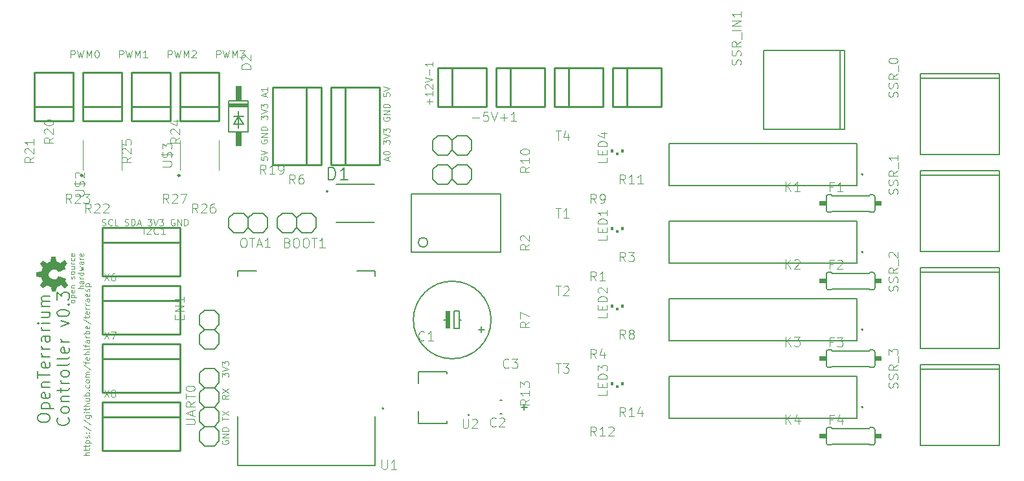
<source format=gbr>
%TF.GenerationSoftware,KiCad,Pcbnew,5.1.9-73d0e3b20d~88~ubuntu18.04.1*%
%TF.CreationDate,2021-01-30T02:03:27+01:00*%
%TF.ProjectId,terraesp,74657272-6165-4737-902e-6b696361645f,rev?*%
%TF.SameCoordinates,Original*%
%TF.FileFunction,Legend,Top*%
%TF.FilePolarity,Positive*%
%FSLAX46Y46*%
G04 Gerber Fmt 4.6, Leading zero omitted, Abs format (unit mm)*
G04 Created by KiCad (PCBNEW 5.1.9-73d0e3b20d~88~ubuntu18.04.1) date 2021-01-30 02:03:27*
%MOMM*%
%LPD*%
G01*
G04 APERTURE LIST*
%ADD10C,0.134112*%
%ADD11C,0.065024*%
%ADD12C,0.071120*%
%ADD13C,0.200000*%
%ADD14C,0.127000*%
%ADD15C,0.152400*%
%ADD16C,0.100000*%
%ADD17C,0.254000*%
%ADD18C,0.250000*%
%ADD19C,0.120000*%
%ADD20C,0.150000*%
%ADD21C,0.096520*%
%ADD22C,0.096657*%
%ADD23C,0.120650*%
%ADD24C,0.096667*%
%ADD25C,0.135128*%
%ADD26C,0.060960*%
G04 APERTURE END LIST*
D10*
X86687481Y-126098581D02*
X86687481Y-125795232D01*
X86763319Y-125643558D01*
X86914993Y-125491884D01*
X87218341Y-125416047D01*
X87749201Y-125416047D01*
X88052550Y-125491884D01*
X88204224Y-125643558D01*
X88280061Y-125795232D01*
X88280061Y-126098581D01*
X88204224Y-126250255D01*
X88052550Y-126401930D01*
X87749201Y-126477767D01*
X87218341Y-126477767D01*
X86914993Y-126401930D01*
X86763319Y-126250255D01*
X86687481Y-126098581D01*
X87218341Y-124733512D02*
X88810921Y-124733512D01*
X87294179Y-124733512D02*
X87218341Y-124581838D01*
X87218341Y-124278490D01*
X87294179Y-124126815D01*
X87370016Y-124050978D01*
X87521690Y-123975141D01*
X87976713Y-123975141D01*
X88128387Y-124050978D01*
X88204224Y-124126815D01*
X88280061Y-124278490D01*
X88280061Y-124581838D01*
X88204224Y-124733512D01*
X88204224Y-122685910D02*
X88280061Y-122837584D01*
X88280061Y-123140932D01*
X88204224Y-123292607D01*
X88052550Y-123368444D01*
X87445853Y-123368444D01*
X87294179Y-123292607D01*
X87218341Y-123140932D01*
X87218341Y-122837584D01*
X87294179Y-122685910D01*
X87445853Y-122610072D01*
X87597527Y-122610072D01*
X87749201Y-123368444D01*
X87218341Y-121927538D02*
X88280061Y-121927538D01*
X87370016Y-121927538D02*
X87294179Y-121851701D01*
X87218341Y-121700027D01*
X87218341Y-121472515D01*
X87294179Y-121320841D01*
X87445853Y-121245004D01*
X88280061Y-121245004D01*
X86687481Y-120714144D02*
X86687481Y-119804098D01*
X88280061Y-120259121D02*
X86687481Y-120259121D01*
X88204224Y-118666541D02*
X88280061Y-118818215D01*
X88280061Y-119121564D01*
X88204224Y-119273238D01*
X88052550Y-119349075D01*
X87445853Y-119349075D01*
X87294179Y-119273238D01*
X87218341Y-119121564D01*
X87218341Y-118818215D01*
X87294179Y-118666541D01*
X87445853Y-118590704D01*
X87597527Y-118590704D01*
X87749201Y-119349075D01*
X88280061Y-117908170D02*
X87218341Y-117908170D01*
X87521690Y-117908170D02*
X87370016Y-117832332D01*
X87294179Y-117756495D01*
X87218341Y-117604821D01*
X87218341Y-117453147D01*
X88280061Y-116922287D02*
X87218341Y-116922287D01*
X87521690Y-116922287D02*
X87370016Y-116846450D01*
X87294179Y-116770612D01*
X87218341Y-116618938D01*
X87218341Y-116467264D01*
X88280061Y-115253870D02*
X87445853Y-115253870D01*
X87294179Y-115329707D01*
X87218341Y-115481381D01*
X87218341Y-115784730D01*
X87294179Y-115936404D01*
X88204224Y-115253870D02*
X88280061Y-115405544D01*
X88280061Y-115784730D01*
X88204224Y-115936404D01*
X88052550Y-116012241D01*
X87900876Y-116012241D01*
X87749201Y-115936404D01*
X87673364Y-115784730D01*
X87673364Y-115405544D01*
X87597527Y-115253870D01*
X88280061Y-114495498D02*
X87218341Y-114495498D01*
X87521690Y-114495498D02*
X87370016Y-114419661D01*
X87294179Y-114343824D01*
X87218341Y-114192150D01*
X87218341Y-114040475D01*
X88280061Y-113509615D02*
X87218341Y-113509615D01*
X86687481Y-113509615D02*
X86763319Y-113585452D01*
X86839156Y-113509615D01*
X86763319Y-113433778D01*
X86687481Y-113509615D01*
X86839156Y-113509615D01*
X87218341Y-112068710D02*
X88280061Y-112068710D01*
X87218341Y-112751244D02*
X88052550Y-112751244D01*
X88204224Y-112675407D01*
X88280061Y-112523732D01*
X88280061Y-112296221D01*
X88204224Y-112144547D01*
X88128387Y-112068710D01*
X88280061Y-111310338D02*
X87218341Y-111310338D01*
X87370016Y-111310338D02*
X87294179Y-111234501D01*
X87218341Y-111082827D01*
X87218341Y-110855315D01*
X87294179Y-110703641D01*
X87445853Y-110627804D01*
X88280061Y-110627804D01*
X87445853Y-110627804D02*
X87294179Y-110551967D01*
X87218341Y-110400292D01*
X87218341Y-110172781D01*
X87294179Y-110021107D01*
X87445853Y-109945270D01*
X88280061Y-109945270D01*
X90651369Y-125908988D02*
X90727206Y-125984825D01*
X90803043Y-126212337D01*
X90803043Y-126364011D01*
X90727206Y-126591522D01*
X90575532Y-126743197D01*
X90423858Y-126819034D01*
X90120509Y-126894871D01*
X89892998Y-126894871D01*
X89589649Y-126819034D01*
X89437975Y-126743197D01*
X89286301Y-126591522D01*
X89210463Y-126364011D01*
X89210463Y-126212337D01*
X89286301Y-125984825D01*
X89362138Y-125908988D01*
X90803043Y-124998942D02*
X90727206Y-125150617D01*
X90651369Y-125226454D01*
X90499695Y-125302291D01*
X90044672Y-125302291D01*
X89892998Y-125226454D01*
X89817161Y-125150617D01*
X89741323Y-124998942D01*
X89741323Y-124771431D01*
X89817161Y-124619757D01*
X89892998Y-124543920D01*
X90044672Y-124468082D01*
X90499695Y-124468082D01*
X90651369Y-124543920D01*
X90727206Y-124619757D01*
X90803043Y-124771431D01*
X90803043Y-124998942D01*
X89741323Y-123785548D02*
X90803043Y-123785548D01*
X89892998Y-123785548D02*
X89817161Y-123709711D01*
X89741323Y-123558037D01*
X89741323Y-123330525D01*
X89817161Y-123178851D01*
X89968835Y-123103014D01*
X90803043Y-123103014D01*
X89741323Y-122572154D02*
X89741323Y-121965457D01*
X89210463Y-122344642D02*
X90575532Y-122344642D01*
X90727206Y-122268805D01*
X90803043Y-122117131D01*
X90803043Y-121965457D01*
X90803043Y-121434597D02*
X89741323Y-121434597D01*
X90044672Y-121434597D02*
X89892998Y-121358760D01*
X89817161Y-121282922D01*
X89741323Y-121131248D01*
X89741323Y-120979574D01*
X90803043Y-120221202D02*
X90727206Y-120372877D01*
X90651369Y-120448714D01*
X90499695Y-120524551D01*
X90044672Y-120524551D01*
X89892998Y-120448714D01*
X89817161Y-120372877D01*
X89741323Y-120221202D01*
X89741323Y-119993691D01*
X89817161Y-119842017D01*
X89892998Y-119766180D01*
X90044672Y-119690342D01*
X90499695Y-119690342D01*
X90651369Y-119766180D01*
X90727206Y-119842017D01*
X90803043Y-119993691D01*
X90803043Y-120221202D01*
X90803043Y-118780297D02*
X90727206Y-118931971D01*
X90575532Y-119007808D01*
X89210463Y-119007808D01*
X90803043Y-117946088D02*
X90727206Y-118097762D01*
X90575532Y-118173600D01*
X89210463Y-118173600D01*
X90727206Y-116732694D02*
X90803043Y-116884368D01*
X90803043Y-117187717D01*
X90727206Y-117339391D01*
X90575532Y-117415228D01*
X89968835Y-117415228D01*
X89817161Y-117339391D01*
X89741323Y-117187717D01*
X89741323Y-116884368D01*
X89817161Y-116732694D01*
X89968835Y-116656857D01*
X90120509Y-116656857D01*
X90272183Y-117415228D01*
X90803043Y-115974322D02*
X89741323Y-115974322D01*
X90044672Y-115974322D02*
X89892998Y-115898485D01*
X89817161Y-115822648D01*
X89741323Y-115670974D01*
X89741323Y-115519300D01*
X89741323Y-113926720D02*
X90803043Y-113547534D01*
X89741323Y-113168348D01*
X89210463Y-112258302D02*
X89210463Y-112106628D01*
X89286301Y-111954954D01*
X89362138Y-111879117D01*
X89513812Y-111803280D01*
X89817161Y-111727442D01*
X90196346Y-111727442D01*
X90499695Y-111803280D01*
X90651369Y-111879117D01*
X90727206Y-111954954D01*
X90803043Y-112106628D01*
X90803043Y-112258302D01*
X90727206Y-112409977D01*
X90651369Y-112485814D01*
X90499695Y-112561651D01*
X90196346Y-112637488D01*
X89817161Y-112637488D01*
X89513812Y-112561651D01*
X89362138Y-112485814D01*
X89286301Y-112409977D01*
X89210463Y-112258302D01*
X90651369Y-111044908D02*
X90727206Y-110969071D01*
X90803043Y-111044908D01*
X90727206Y-111120745D01*
X90651369Y-111044908D01*
X90803043Y-111044908D01*
X89210463Y-110438211D02*
X89210463Y-109452328D01*
X89817161Y-109983188D01*
X89817161Y-109755677D01*
X89892998Y-109604002D01*
X89968835Y-109528165D01*
X90120509Y-109452328D01*
X90499695Y-109452328D01*
X90651369Y-109528165D01*
X90727206Y-109604002D01*
X90803043Y-109755677D01*
X90803043Y-110210700D01*
X90727206Y-110362374D01*
X90651369Y-110438211D01*
D11*
X93488410Y-130785304D02*
X92716250Y-130785304D01*
X93488410Y-130454379D02*
X93083945Y-130454379D01*
X93010406Y-130491148D01*
X92973637Y-130564687D01*
X92973637Y-130674996D01*
X93010406Y-130748535D01*
X93047176Y-130785304D01*
X92973637Y-130196992D02*
X92973637Y-129902836D01*
X92716250Y-130086683D02*
X93378101Y-130086683D01*
X93451640Y-130049914D01*
X93488410Y-129976375D01*
X93488410Y-129902836D01*
X92973637Y-129755758D02*
X92973637Y-129461601D01*
X92716250Y-129645449D02*
X93378101Y-129645449D01*
X93451640Y-129608680D01*
X93488410Y-129535140D01*
X93488410Y-129461601D01*
X92973637Y-129204215D02*
X93745797Y-129204215D01*
X93010406Y-129204215D02*
X92973637Y-129130676D01*
X92973637Y-128983598D01*
X93010406Y-128910059D01*
X93047176Y-128873289D01*
X93120715Y-128836520D01*
X93341332Y-128836520D01*
X93414871Y-128873289D01*
X93451640Y-128910059D01*
X93488410Y-128983598D01*
X93488410Y-129130676D01*
X93451640Y-129204215D01*
X93451640Y-128542363D02*
X93488410Y-128468824D01*
X93488410Y-128321746D01*
X93451640Y-128248207D01*
X93378101Y-128211438D01*
X93341332Y-128211438D01*
X93267793Y-128248207D01*
X93231023Y-128321746D01*
X93231023Y-128432055D01*
X93194254Y-128505594D01*
X93120715Y-128542363D01*
X93083945Y-128542363D01*
X93010406Y-128505594D01*
X92973637Y-128432055D01*
X92973637Y-128321746D01*
X93010406Y-128248207D01*
X93414871Y-127880512D02*
X93451640Y-127843742D01*
X93488410Y-127880512D01*
X93451640Y-127917281D01*
X93414871Y-127880512D01*
X93488410Y-127880512D01*
X93010406Y-127880512D02*
X93047176Y-127843742D01*
X93083945Y-127880512D01*
X93047176Y-127917281D01*
X93010406Y-127880512D01*
X93083945Y-127880512D01*
X92679480Y-126961274D02*
X93672258Y-127623125D01*
X92679480Y-126152344D02*
X93672258Y-126814196D01*
X92973637Y-125564032D02*
X93598719Y-125564032D01*
X93672258Y-125600801D01*
X93709027Y-125637571D01*
X93745797Y-125711110D01*
X93745797Y-125821419D01*
X93709027Y-125894958D01*
X93451640Y-125564032D02*
X93488410Y-125637571D01*
X93488410Y-125784649D01*
X93451640Y-125858188D01*
X93414871Y-125894958D01*
X93341332Y-125931727D01*
X93120715Y-125931727D01*
X93047176Y-125894958D01*
X93010406Y-125858188D01*
X92973637Y-125784649D01*
X92973637Y-125637571D01*
X93010406Y-125564032D01*
X93488410Y-125196337D02*
X92973637Y-125196337D01*
X92716250Y-125196337D02*
X92753020Y-125233106D01*
X92789789Y-125196337D01*
X92753020Y-125159567D01*
X92716250Y-125196337D01*
X92789789Y-125196337D01*
X92973637Y-124938950D02*
X92973637Y-124644794D01*
X92716250Y-124828641D02*
X93378101Y-124828641D01*
X93451640Y-124791872D01*
X93488410Y-124718333D01*
X93488410Y-124644794D01*
X93488410Y-124387407D02*
X92716250Y-124387407D01*
X93488410Y-124056481D02*
X93083945Y-124056481D01*
X93010406Y-124093251D01*
X92973637Y-124166790D01*
X92973637Y-124277099D01*
X93010406Y-124350638D01*
X93047176Y-124387407D01*
X92973637Y-123357860D02*
X93488410Y-123357860D01*
X92973637Y-123688786D02*
X93378101Y-123688786D01*
X93451640Y-123652017D01*
X93488410Y-123578478D01*
X93488410Y-123468169D01*
X93451640Y-123394630D01*
X93414871Y-123357860D01*
X93488410Y-122990165D02*
X92716250Y-122990165D01*
X93010406Y-122990165D02*
X92973637Y-122916626D01*
X92973637Y-122769548D01*
X93010406Y-122696009D01*
X93047176Y-122659240D01*
X93120715Y-122622470D01*
X93341332Y-122622470D01*
X93414871Y-122659240D01*
X93451640Y-122696009D01*
X93488410Y-122769548D01*
X93488410Y-122916626D01*
X93451640Y-122990165D01*
X93414871Y-122291544D02*
X93451640Y-122254775D01*
X93488410Y-122291544D01*
X93451640Y-122328314D01*
X93414871Y-122291544D01*
X93488410Y-122291544D01*
X93451640Y-121592923D02*
X93488410Y-121666462D01*
X93488410Y-121813540D01*
X93451640Y-121887080D01*
X93414871Y-121923849D01*
X93341332Y-121960619D01*
X93120715Y-121960619D01*
X93047176Y-121923849D01*
X93010406Y-121887080D01*
X92973637Y-121813540D01*
X92973637Y-121666462D01*
X93010406Y-121592923D01*
X93488410Y-121151689D02*
X93451640Y-121225228D01*
X93414871Y-121261998D01*
X93341332Y-121298767D01*
X93120715Y-121298767D01*
X93047176Y-121261998D01*
X93010406Y-121225228D01*
X92973637Y-121151689D01*
X92973637Y-121041380D01*
X93010406Y-120967841D01*
X93047176Y-120931072D01*
X93120715Y-120894302D01*
X93341332Y-120894302D01*
X93414871Y-120931072D01*
X93451640Y-120967841D01*
X93488410Y-121041380D01*
X93488410Y-121151689D01*
X93488410Y-120563377D02*
X92973637Y-120563377D01*
X93047176Y-120563377D02*
X93010406Y-120526607D01*
X92973637Y-120453068D01*
X92973637Y-120342760D01*
X93010406Y-120269220D01*
X93083945Y-120232451D01*
X93488410Y-120232451D01*
X93083945Y-120232451D02*
X93010406Y-120195681D01*
X92973637Y-120122142D01*
X92973637Y-120011834D01*
X93010406Y-119938295D01*
X93083945Y-119901525D01*
X93488410Y-119901525D01*
X92679480Y-118982287D02*
X93672258Y-119644139D01*
X92973637Y-118835209D02*
X92973637Y-118541053D01*
X93488410Y-118724900D02*
X92826559Y-118724900D01*
X92753020Y-118688131D01*
X92716250Y-118614592D01*
X92716250Y-118541053D01*
X93451640Y-117989510D02*
X93488410Y-118063049D01*
X93488410Y-118210127D01*
X93451640Y-118283666D01*
X93378101Y-118320436D01*
X93083945Y-118320436D01*
X93010406Y-118283666D01*
X92973637Y-118210127D01*
X92973637Y-118063049D01*
X93010406Y-117989510D01*
X93083945Y-117952740D01*
X93157484Y-117952740D01*
X93231023Y-118320436D01*
X93488410Y-117621815D02*
X92716250Y-117621815D01*
X93488410Y-117290889D02*
X93083945Y-117290889D01*
X93010406Y-117327659D01*
X92973637Y-117401198D01*
X92973637Y-117511506D01*
X93010406Y-117585045D01*
X93047176Y-117621815D01*
X93488410Y-116812885D02*
X93451640Y-116886424D01*
X93378101Y-116923194D01*
X92716250Y-116923194D01*
X92973637Y-116629038D02*
X92973637Y-116334881D01*
X93488410Y-116518729D02*
X92826559Y-116518729D01*
X92753020Y-116481960D01*
X92716250Y-116408420D01*
X92716250Y-116334881D01*
X93488410Y-115746569D02*
X93083945Y-115746569D01*
X93010406Y-115783339D01*
X92973637Y-115856878D01*
X92973637Y-116003956D01*
X93010406Y-116077495D01*
X93451640Y-115746569D02*
X93488410Y-115820108D01*
X93488410Y-116003956D01*
X93451640Y-116077495D01*
X93378101Y-116114264D01*
X93304562Y-116114264D01*
X93231023Y-116077495D01*
X93194254Y-116003956D01*
X93194254Y-115820108D01*
X93157484Y-115746569D01*
X93488410Y-115378874D02*
X92973637Y-115378874D01*
X93120715Y-115378874D02*
X93047176Y-115342104D01*
X93010406Y-115305335D01*
X92973637Y-115231796D01*
X92973637Y-115158257D01*
X93488410Y-114900870D02*
X92716250Y-114900870D01*
X93010406Y-114900870D02*
X92973637Y-114827331D01*
X92973637Y-114680253D01*
X93010406Y-114606714D01*
X93047176Y-114569944D01*
X93120715Y-114533175D01*
X93341332Y-114533175D01*
X93414871Y-114569944D01*
X93451640Y-114606714D01*
X93488410Y-114680253D01*
X93488410Y-114827331D01*
X93451640Y-114900870D01*
X93451640Y-113908093D02*
X93488410Y-113981632D01*
X93488410Y-114128710D01*
X93451640Y-114202249D01*
X93378101Y-114239019D01*
X93083945Y-114239019D01*
X93010406Y-114202249D01*
X92973637Y-114128710D01*
X92973637Y-113981632D01*
X93010406Y-113908093D01*
X93083945Y-113871323D01*
X93157484Y-113871323D01*
X93231023Y-114239019D01*
X92679480Y-112988855D02*
X93672258Y-113650706D01*
X92973637Y-112841777D02*
X92973637Y-112547620D01*
X92716250Y-112731468D02*
X93378101Y-112731468D01*
X93451640Y-112694699D01*
X93488410Y-112621160D01*
X93488410Y-112547620D01*
X93451640Y-111996078D02*
X93488410Y-112069617D01*
X93488410Y-112216695D01*
X93451640Y-112290234D01*
X93378101Y-112327003D01*
X93083945Y-112327003D01*
X93010406Y-112290234D01*
X92973637Y-112216695D01*
X92973637Y-112069617D01*
X93010406Y-111996078D01*
X93083945Y-111959308D01*
X93157484Y-111959308D01*
X93231023Y-112327003D01*
X93488410Y-111628382D02*
X92973637Y-111628382D01*
X93120715Y-111628382D02*
X93047176Y-111591613D01*
X93010406Y-111554843D01*
X92973637Y-111481304D01*
X92973637Y-111407765D01*
X93488410Y-111150379D02*
X92973637Y-111150379D01*
X93120715Y-111150379D02*
X93047176Y-111113609D01*
X93010406Y-111076840D01*
X92973637Y-111003300D01*
X92973637Y-110929761D01*
X93488410Y-110341449D02*
X93083945Y-110341449D01*
X93010406Y-110378219D01*
X92973637Y-110451758D01*
X92973637Y-110598836D01*
X93010406Y-110672375D01*
X93451640Y-110341449D02*
X93488410Y-110414988D01*
X93488410Y-110598836D01*
X93451640Y-110672375D01*
X93378101Y-110709144D01*
X93304562Y-110709144D01*
X93231023Y-110672375D01*
X93194254Y-110598836D01*
X93194254Y-110414988D01*
X93157484Y-110341449D01*
X93451640Y-109679598D02*
X93488410Y-109753137D01*
X93488410Y-109900215D01*
X93451640Y-109973754D01*
X93378101Y-110010523D01*
X93083945Y-110010523D01*
X93010406Y-109973754D01*
X92973637Y-109900215D01*
X92973637Y-109753137D01*
X93010406Y-109679598D01*
X93083945Y-109642828D01*
X93157484Y-109642828D01*
X93231023Y-110010523D01*
X93451640Y-109348672D02*
X93488410Y-109275133D01*
X93488410Y-109128055D01*
X93451640Y-109054516D01*
X93378101Y-109017746D01*
X93341332Y-109017746D01*
X93267793Y-109054516D01*
X93231023Y-109128055D01*
X93231023Y-109238363D01*
X93194254Y-109311902D01*
X93120715Y-109348672D01*
X93083945Y-109348672D01*
X93010406Y-109311902D01*
X92973637Y-109238363D01*
X92973637Y-109128055D01*
X93010406Y-109054516D01*
X92973637Y-108686820D02*
X93745797Y-108686820D01*
X93010406Y-108686820D02*
X92973637Y-108613281D01*
X92973637Y-108466203D01*
X93010406Y-108392664D01*
X93047176Y-108355895D01*
X93120715Y-108319125D01*
X93341332Y-108319125D01*
X93414871Y-108355895D01*
X93451640Y-108392664D01*
X93488410Y-108466203D01*
X93488410Y-108613281D01*
X93451640Y-108686820D01*
D12*
X110836550Y-128913905D02*
X110796333Y-128994338D01*
X110796333Y-129114988D01*
X110836550Y-129235638D01*
X110916983Y-129316072D01*
X110997416Y-129356288D01*
X111158283Y-129396505D01*
X111278933Y-129396505D01*
X111439800Y-129356288D01*
X111520233Y-129316072D01*
X111600666Y-129235638D01*
X111640883Y-129114988D01*
X111640883Y-129034555D01*
X111600666Y-128913905D01*
X111560450Y-128873688D01*
X111278933Y-128873688D01*
X111278933Y-129034555D01*
X111640883Y-128511738D02*
X110796333Y-128511738D01*
X111640883Y-128029138D01*
X110796333Y-128029138D01*
X111640883Y-127626972D02*
X110796333Y-127626972D01*
X110796333Y-127425888D01*
X110836550Y-127305238D01*
X110916983Y-127224805D01*
X110997416Y-127184588D01*
X111158283Y-127144372D01*
X111278933Y-127144372D01*
X111439800Y-127184588D01*
X111520233Y-127224805D01*
X111600666Y-127305238D01*
X111640883Y-127425888D01*
X111640883Y-127626972D01*
X110796333Y-126259605D02*
X110796333Y-125777005D01*
X111640883Y-126018305D02*
X110796333Y-126018305D01*
X110796333Y-125575922D02*
X111640883Y-125012888D01*
X110796333Y-125012888D02*
X111640883Y-125575922D01*
X111640883Y-122921622D02*
X111238716Y-123203138D01*
X111640883Y-123404222D02*
X110796333Y-123404222D01*
X110796333Y-123082488D01*
X110836550Y-123002055D01*
X110876766Y-122961838D01*
X110957200Y-122921622D01*
X111077850Y-122921622D01*
X111158283Y-122961838D01*
X111198500Y-123002055D01*
X111238716Y-123082488D01*
X111238716Y-123404222D01*
X110796333Y-122640105D02*
X111640883Y-122077072D01*
X110796333Y-122077072D02*
X111640883Y-122640105D01*
X110796333Y-120548838D02*
X110796333Y-120026022D01*
X111118066Y-120307538D01*
X111118066Y-120186888D01*
X111158283Y-120106455D01*
X111198500Y-120066238D01*
X111278933Y-120026022D01*
X111480016Y-120026022D01*
X111560450Y-120066238D01*
X111600666Y-120106455D01*
X111640883Y-120186888D01*
X111640883Y-120428188D01*
X111600666Y-120508622D01*
X111560450Y-120548838D01*
X110796333Y-119784722D02*
X111640883Y-119503205D01*
X110796333Y-119221688D01*
X110796333Y-119020605D02*
X110796333Y-118497788D01*
X111118066Y-118779305D01*
X111118066Y-118658655D01*
X111158283Y-118578222D01*
X111198500Y-118538005D01*
X111278933Y-118497788D01*
X111480016Y-118497788D01*
X111560450Y-118538005D01*
X111600666Y-118578222D01*
X111640883Y-118658655D01*
X111640883Y-118899955D01*
X111600666Y-118980388D01*
X111560450Y-119020605D01*
X95124194Y-100694166D02*
X95244844Y-100734383D01*
X95445928Y-100734383D01*
X95526361Y-100694166D01*
X95566578Y-100653950D01*
X95606794Y-100573516D01*
X95606794Y-100493083D01*
X95566578Y-100412650D01*
X95526361Y-100372433D01*
X95445928Y-100332216D01*
X95285061Y-100292000D01*
X95204628Y-100251783D01*
X95164411Y-100211566D01*
X95124194Y-100131133D01*
X95124194Y-100050700D01*
X95164411Y-99970266D01*
X95204628Y-99930050D01*
X95285061Y-99889833D01*
X95486144Y-99889833D01*
X95606794Y-99930050D01*
X96451344Y-100653950D02*
X96411128Y-100694166D01*
X96290478Y-100734383D01*
X96210044Y-100734383D01*
X96089394Y-100694166D01*
X96008961Y-100613733D01*
X95968744Y-100533300D01*
X95928528Y-100372433D01*
X95928528Y-100251783D01*
X95968744Y-100090916D01*
X96008961Y-100010483D01*
X96089394Y-99930050D01*
X96210044Y-99889833D01*
X96290478Y-99889833D01*
X96411128Y-99930050D01*
X96451344Y-99970266D01*
X97215461Y-100734383D02*
X96813294Y-100734383D01*
X96813294Y-99889833D01*
X98100228Y-100694166D02*
X98220878Y-100734383D01*
X98421961Y-100734383D01*
X98502394Y-100694166D01*
X98542611Y-100653950D01*
X98582828Y-100573516D01*
X98582828Y-100493083D01*
X98542611Y-100412650D01*
X98502394Y-100372433D01*
X98421961Y-100332216D01*
X98261094Y-100292000D01*
X98180661Y-100251783D01*
X98140444Y-100211566D01*
X98100228Y-100131133D01*
X98100228Y-100050700D01*
X98140444Y-99970266D01*
X98180661Y-99930050D01*
X98261094Y-99889833D01*
X98462178Y-99889833D01*
X98582828Y-99930050D01*
X98944778Y-100734383D02*
X98944778Y-99889833D01*
X99145861Y-99889833D01*
X99266511Y-99930050D01*
X99346944Y-100010483D01*
X99387161Y-100090916D01*
X99427378Y-100251783D01*
X99427378Y-100372433D01*
X99387161Y-100533300D01*
X99346944Y-100613733D01*
X99266511Y-100694166D01*
X99145861Y-100734383D01*
X98944778Y-100734383D01*
X99749111Y-100493083D02*
X100151278Y-100493083D01*
X99668678Y-100734383D02*
X99950194Y-99889833D01*
X100231711Y-100734383D01*
X101076261Y-99889833D02*
X101599078Y-99889833D01*
X101317561Y-100211566D01*
X101438211Y-100211566D01*
X101518644Y-100251783D01*
X101558861Y-100292000D01*
X101599078Y-100372433D01*
X101599078Y-100573516D01*
X101558861Y-100653950D01*
X101518644Y-100694166D01*
X101438211Y-100734383D01*
X101196911Y-100734383D01*
X101116478Y-100694166D01*
X101076261Y-100653950D01*
X101840378Y-99889833D02*
X102121894Y-100734383D01*
X102403411Y-99889833D01*
X102604494Y-99889833D02*
X103127311Y-99889833D01*
X102845794Y-100211566D01*
X102966444Y-100211566D01*
X103046878Y-100251783D01*
X103087094Y-100292000D01*
X103127311Y-100372433D01*
X103127311Y-100573516D01*
X103087094Y-100653950D01*
X103046878Y-100694166D01*
X102966444Y-100734383D01*
X102725144Y-100734383D01*
X102644711Y-100694166D01*
X102604494Y-100653950D01*
X104575111Y-99930050D02*
X104494678Y-99889833D01*
X104374028Y-99889833D01*
X104253378Y-99930050D01*
X104172944Y-100010483D01*
X104132728Y-100090916D01*
X104092511Y-100251783D01*
X104092511Y-100372433D01*
X104132728Y-100533300D01*
X104172944Y-100613733D01*
X104253378Y-100694166D01*
X104374028Y-100734383D01*
X104454461Y-100734383D01*
X104575111Y-100694166D01*
X104615328Y-100653950D01*
X104615328Y-100372433D01*
X104454461Y-100372433D01*
X104977278Y-100734383D02*
X104977278Y-99889833D01*
X105459878Y-100734383D01*
X105459878Y-99889833D01*
X105862044Y-100734383D02*
X105862044Y-99889833D01*
X106063128Y-99889833D01*
X106183778Y-99930050D01*
X106264211Y-100010483D01*
X106304428Y-100090916D01*
X106344644Y-100251783D01*
X106344644Y-100372433D01*
X106304428Y-100533300D01*
X106264211Y-100613733D01*
X106183778Y-100694166D01*
X106063128Y-100734383D01*
X105862044Y-100734383D01*
X115876333Y-91743122D02*
X115876333Y-92145288D01*
X116278500Y-92185505D01*
X116238283Y-92145288D01*
X116198066Y-92064855D01*
X116198066Y-91863772D01*
X116238283Y-91783338D01*
X116278500Y-91743122D01*
X116358933Y-91702905D01*
X116560016Y-91702905D01*
X116640450Y-91743122D01*
X116680666Y-91783338D01*
X116720883Y-91863772D01*
X116720883Y-92064855D01*
X116680666Y-92145288D01*
X116640450Y-92185505D01*
X115876333Y-91461605D02*
X116720883Y-91180088D01*
X115876333Y-90898572D01*
X115916550Y-89531205D02*
X115876333Y-89611638D01*
X115876333Y-89732288D01*
X115916550Y-89852938D01*
X115996983Y-89933372D01*
X116077416Y-89973588D01*
X116238283Y-90013805D01*
X116358933Y-90013805D01*
X116519800Y-89973588D01*
X116600233Y-89933372D01*
X116680666Y-89852938D01*
X116720883Y-89732288D01*
X116720883Y-89651855D01*
X116680666Y-89531205D01*
X116640450Y-89490988D01*
X116358933Y-89490988D01*
X116358933Y-89651855D01*
X116720883Y-89129038D02*
X115876333Y-89129038D01*
X116720883Y-88646438D01*
X115876333Y-88646438D01*
X116720883Y-88244272D02*
X115876333Y-88244272D01*
X115876333Y-88043188D01*
X115916550Y-87922538D01*
X115996983Y-87842105D01*
X116077416Y-87801888D01*
X116238283Y-87761672D01*
X116358933Y-87761672D01*
X116519800Y-87801888D01*
X116600233Y-87842105D01*
X116680666Y-87922538D01*
X116720883Y-88043188D01*
X116720883Y-88244272D01*
X115876333Y-86836688D02*
X115876333Y-86313872D01*
X116198066Y-86595388D01*
X116198066Y-86474738D01*
X116238283Y-86394305D01*
X116278500Y-86354088D01*
X116358933Y-86313872D01*
X116560016Y-86313872D01*
X116640450Y-86354088D01*
X116680666Y-86394305D01*
X116720883Y-86474738D01*
X116720883Y-86716038D01*
X116680666Y-86796472D01*
X116640450Y-86836688D01*
X115876333Y-86072572D02*
X116720883Y-85791055D01*
X115876333Y-85509538D01*
X115876333Y-85308455D02*
X115876333Y-84785638D01*
X116198066Y-85067155D01*
X116198066Y-84946505D01*
X116238283Y-84866072D01*
X116278500Y-84825855D01*
X116358933Y-84785638D01*
X116560016Y-84785638D01*
X116640450Y-84825855D01*
X116680666Y-84866072D01*
X116720883Y-84946505D01*
X116720883Y-85187805D01*
X116680666Y-85268238D01*
X116640450Y-85308455D01*
X116479583Y-83820438D02*
X116479583Y-83418272D01*
X116720883Y-83900872D02*
X115876333Y-83619355D01*
X116720883Y-83337838D01*
X116720883Y-82613938D02*
X116720883Y-83096538D01*
X116720883Y-82855238D02*
X115876333Y-82855238D01*
X115996983Y-82935672D01*
X116077416Y-83016105D01*
X116117633Y-83096538D01*
X132481583Y-92185505D02*
X132481583Y-91783338D01*
X132722883Y-92265938D02*
X131878333Y-91984422D01*
X132722883Y-91702905D01*
X131878333Y-91260522D02*
X131878333Y-91180088D01*
X131918550Y-91099655D01*
X131958766Y-91059438D01*
X132039200Y-91019222D01*
X132200066Y-90979005D01*
X132401150Y-90979005D01*
X132562016Y-91019222D01*
X132642450Y-91059438D01*
X132682666Y-91099655D01*
X132722883Y-91180088D01*
X132722883Y-91260522D01*
X132682666Y-91340955D01*
X132642450Y-91381172D01*
X132562016Y-91421388D01*
X132401150Y-91461605D01*
X132200066Y-91461605D01*
X132039200Y-91421388D01*
X131958766Y-91381172D01*
X131918550Y-91340955D01*
X131878333Y-91260522D01*
X131878333Y-90054022D02*
X131878333Y-89531205D01*
X132200066Y-89812722D01*
X132200066Y-89692072D01*
X132240283Y-89611638D01*
X132280500Y-89571422D01*
X132360933Y-89531205D01*
X132562016Y-89531205D01*
X132642450Y-89571422D01*
X132682666Y-89611638D01*
X132722883Y-89692072D01*
X132722883Y-89933372D01*
X132682666Y-90013805D01*
X132642450Y-90054022D01*
X131878333Y-89289905D02*
X132722883Y-89008388D01*
X131878333Y-88726872D01*
X131878333Y-88525788D02*
X131878333Y-88002972D01*
X132200066Y-88284488D01*
X132200066Y-88163838D01*
X132240283Y-88083405D01*
X132280500Y-88043188D01*
X132360933Y-88002972D01*
X132562016Y-88002972D01*
X132642450Y-88043188D01*
X132682666Y-88083405D01*
X132722883Y-88163838D01*
X132722883Y-88405138D01*
X132682666Y-88485572D01*
X132642450Y-88525788D01*
X131918550Y-86555172D02*
X131878333Y-86635605D01*
X131878333Y-86756255D01*
X131918550Y-86876905D01*
X131998983Y-86957338D01*
X132079416Y-86997555D01*
X132240283Y-87037772D01*
X132360933Y-87037772D01*
X132521800Y-86997555D01*
X132602233Y-86957338D01*
X132682666Y-86876905D01*
X132722883Y-86756255D01*
X132722883Y-86675822D01*
X132682666Y-86555172D01*
X132642450Y-86514955D01*
X132360933Y-86514955D01*
X132360933Y-86675822D01*
X132722883Y-86153005D02*
X131878333Y-86153005D01*
X132722883Y-85670405D01*
X131878333Y-85670405D01*
X132722883Y-85268238D02*
X131878333Y-85268238D01*
X131878333Y-85067155D01*
X131918550Y-84946505D01*
X131998983Y-84866072D01*
X132079416Y-84825855D01*
X132240283Y-84785638D01*
X132360933Y-84785638D01*
X132521800Y-84825855D01*
X132602233Y-84866072D01*
X132682666Y-84946505D01*
X132722883Y-85067155D01*
X132722883Y-85268238D01*
X131878333Y-83378055D02*
X131878333Y-83780222D01*
X132280500Y-83820438D01*
X132240283Y-83780222D01*
X132200066Y-83699788D01*
X132200066Y-83498705D01*
X132240283Y-83418272D01*
X132280500Y-83378055D01*
X132360933Y-83337838D01*
X132562016Y-83337838D01*
X132642450Y-83378055D01*
X132682666Y-83418272D01*
X132722883Y-83498705D01*
X132722883Y-83699788D01*
X132682666Y-83780222D01*
X132642450Y-83820438D01*
X131878333Y-83096538D02*
X132722883Y-82815022D01*
X131878333Y-82533505D01*
D13*
%TO.C,U1*%
X131941100Y-124693600D02*
G75*
G03*
X131941100Y-124693600I-100000J0D01*
G01*
D14*
X130841100Y-107343600D02*
X130841100Y-106693600D01*
X130841100Y-106693600D02*
X128391100Y-106693600D01*
X115291100Y-106693600D02*
X112841100Y-106693600D01*
X112841100Y-106693600D02*
X112841100Y-107343600D01*
X130841100Y-125693600D02*
X130841100Y-132193600D01*
X130841100Y-132193600D02*
X112841100Y-132193600D01*
X112841100Y-132193600D02*
X112841100Y-125693600D01*
%TO.C,K1*%
X169281100Y-95523600D02*
X193781100Y-95523600D01*
X193781100Y-95523600D02*
X193781100Y-90023600D01*
X193781100Y-90023600D02*
X169281100Y-90023600D01*
X169281100Y-90023600D02*
X169281100Y-95523600D01*
D13*
X194585100Y-94043600D02*
G75*
G03*
X194585100Y-94043600I-100000J0D01*
G01*
D14*
%TO.C,U$1*%
X147241100Y-104183600D02*
X135541100Y-104183600D01*
X135541100Y-104183600D02*
X135541100Y-96583600D01*
X135541100Y-96583600D02*
X147241100Y-96583600D01*
X147241100Y-96583600D02*
X147241100Y-104183600D01*
X137716100Y-102933600D02*
G75*
G03*
X137716100Y-102933600I-635000J0D01*
G01*
%TO.C,SSR_0*%
X212431100Y-81423600D02*
X212431100Y-80823600D01*
X212431100Y-80823600D02*
X202131100Y-80823600D01*
X202131100Y-80823600D02*
X202131100Y-81423600D01*
X202131100Y-81423600D02*
X202131100Y-91423600D01*
X202131100Y-91423600D02*
X212431100Y-91423600D01*
X212431100Y-91423600D02*
X212431100Y-81423600D01*
X212431100Y-81423600D02*
X202131100Y-81423600D01*
%TO.C,SSR_IN1*%
X191611100Y-88113600D02*
X192211100Y-88113600D01*
X192211100Y-88113600D02*
X192211100Y-77813600D01*
X192211100Y-77813600D02*
X191611100Y-77813600D01*
X191611100Y-77813600D02*
X181611100Y-77813600D01*
X181611100Y-77813600D02*
X181611100Y-88113600D01*
X181611100Y-88113600D02*
X191611100Y-88113600D01*
X191611100Y-88113600D02*
X191611100Y-77813600D01*
D15*
%TO.C,F1*%
X189786100Y-98742600D02*
X189786100Y-96964600D01*
X190040100Y-96710600D02*
X190421100Y-96710600D01*
X190548100Y-96837600D02*
X190421100Y-96710600D01*
X190040100Y-98996600D02*
X190421100Y-98996600D01*
X190548100Y-98869600D02*
X190421100Y-98996600D01*
X195374100Y-96837600D02*
X195501100Y-96710600D01*
X195374100Y-96837600D02*
X190548100Y-96837600D01*
X195374100Y-98869600D02*
X195501100Y-98996600D01*
X195374100Y-98869600D02*
X190548100Y-98869600D01*
X195882100Y-96710600D02*
X195501100Y-96710600D01*
X195882100Y-98996600D02*
X195501100Y-98996600D01*
X196136100Y-98742600D02*
X196136100Y-96964600D01*
D16*
G36*
X196136100Y-98158400D02*
G01*
X196999700Y-98158400D01*
X196999700Y-97548800D01*
X196136100Y-97548800D01*
X196136100Y-98158400D01*
G37*
G36*
X188922500Y-98158400D02*
G01*
X189786100Y-98158400D01*
X189786100Y-97548800D01*
X188922500Y-97548800D01*
X188922500Y-98158400D01*
G37*
D15*
X196136100Y-96964600D02*
G75*
G03*
X195882100Y-96710600I-254000J0D01*
G01*
X196136100Y-98742600D02*
G75*
G02*
X195882100Y-98996600I-254000J0D01*
G01*
X190040100Y-98996600D02*
G75*
G02*
X189786100Y-98742600I0J254000D01*
G01*
X190040100Y-96710600D02*
G75*
G03*
X189786100Y-96964600I0J-254000D01*
G01*
%TO.C,EN1*%
X110411100Y-112458600D02*
X110411100Y-113728600D01*
X110411100Y-113728600D02*
X109776100Y-114363600D01*
X109776100Y-114363600D02*
X108506100Y-114363600D01*
X108506100Y-114363600D02*
X107871100Y-113728600D01*
X109776100Y-111823600D02*
X108506100Y-111823600D01*
X110411100Y-112458600D02*
X109776100Y-111823600D01*
X108506100Y-111823600D02*
X107871100Y-112458600D01*
X107871100Y-113728600D02*
X107871100Y-112458600D01*
X109776100Y-114363600D02*
X110411100Y-114998600D01*
X110411100Y-114998600D02*
X110411100Y-116268600D01*
X110411100Y-116268600D02*
X109776100Y-116903600D01*
X109776100Y-116903600D02*
X108506100Y-116903600D01*
X108506100Y-116903600D02*
X107871100Y-116268600D01*
X107871100Y-116268600D02*
X107871100Y-114998600D01*
X107871100Y-114998600D02*
X108506100Y-114363600D01*
%TO.C,BOOT1*%
X118666100Y-99123600D02*
X119936100Y-99123600D01*
X119936100Y-99123600D02*
X120571100Y-99758600D01*
X120571100Y-99758600D02*
X120571100Y-101028600D01*
X120571100Y-101028600D02*
X119936100Y-101663600D01*
X118031100Y-99758600D02*
X118031100Y-101028600D01*
X118666100Y-99123600D02*
X118031100Y-99758600D01*
X118031100Y-101028600D02*
X118666100Y-101663600D01*
X119936100Y-101663600D02*
X118666100Y-101663600D01*
X120571100Y-99758600D02*
X121206100Y-99123600D01*
X121206100Y-99123600D02*
X122476100Y-99123600D01*
X122476100Y-99123600D02*
X123111100Y-99758600D01*
X123111100Y-99758600D02*
X123111100Y-101028600D01*
X123111100Y-101028600D02*
X122476100Y-101663600D01*
X122476100Y-101663600D02*
X121206100Y-101663600D01*
X121206100Y-101663600D02*
X120571100Y-101028600D01*
%TO.C,C1*%
X142034100Y-113093600D02*
X141780100Y-113093600D01*
X141780100Y-113093600D02*
X141780100Y-111950600D01*
X141780100Y-111950600D02*
X141145100Y-111950600D01*
X141145100Y-111950600D02*
X141145100Y-114236600D01*
X141145100Y-114236600D02*
X141780100Y-114236600D01*
X141780100Y-114236600D02*
X141780100Y-113093600D01*
X140256100Y-113093600D02*
X139748100Y-113093600D01*
X144701100Y-114744600D02*
X144701100Y-113982600D01*
X144320100Y-114363600D02*
X145082100Y-114363600D01*
X145971100Y-113093600D02*
G75*
G03*
X145971100Y-113093600I-5080000J0D01*
G01*
D16*
G36*
X140637100Y-111950600D02*
G01*
X140002100Y-111950600D01*
X140002100Y-114236600D01*
X140637100Y-114236600D01*
X140637100Y-111950600D01*
G37*
%TO.C,LED4*%
G36*
X161631100Y-91153600D02*
G01*
X161956100Y-91153600D01*
X161956100Y-90728600D01*
X161631100Y-90728600D01*
X161631100Y-91153600D01*
G37*
G36*
X163006100Y-91153600D02*
G01*
X163331100Y-91153600D01*
X163331100Y-90728600D01*
X163006100Y-90728600D01*
X163006100Y-91153600D01*
G37*
G36*
X162306100Y-91503600D02*
G01*
X162656100Y-91503600D01*
X162656100Y-91153600D01*
X162306100Y-91153600D01*
X162306100Y-91503600D01*
G37*
D14*
%TO.C,K2*%
X169281100Y-105683600D02*
X193781100Y-105683600D01*
X193781100Y-105683600D02*
X193781100Y-100183600D01*
X193781100Y-100183600D02*
X169281100Y-100183600D01*
X169281100Y-100183600D02*
X169281100Y-105683600D01*
D13*
X194585100Y-104203600D02*
G75*
G03*
X194585100Y-104203600I-100000J0D01*
G01*
D14*
%TO.C,SSR_1*%
X212431100Y-94123600D02*
X212431100Y-93523600D01*
X212431100Y-93523600D02*
X202131100Y-93523600D01*
X202131100Y-93523600D02*
X202131100Y-94123600D01*
X202131100Y-94123600D02*
X202131100Y-104123600D01*
X202131100Y-104123600D02*
X212431100Y-104123600D01*
X212431100Y-104123600D02*
X212431100Y-94123600D01*
X212431100Y-94123600D02*
X202131100Y-94123600D01*
D15*
%TO.C,F2*%
X189786100Y-108902600D02*
X189786100Y-107124600D01*
X190040100Y-106870600D02*
X190421100Y-106870600D01*
X190548100Y-106997600D02*
X190421100Y-106870600D01*
X190040100Y-109156600D02*
X190421100Y-109156600D01*
X190548100Y-109029600D02*
X190421100Y-109156600D01*
X195374100Y-106997600D02*
X195501100Y-106870600D01*
X195374100Y-106997600D02*
X190548100Y-106997600D01*
X195374100Y-109029600D02*
X195501100Y-109156600D01*
X195374100Y-109029600D02*
X190548100Y-109029600D01*
X195882100Y-106870600D02*
X195501100Y-106870600D01*
X195882100Y-109156600D02*
X195501100Y-109156600D01*
X196136100Y-108902600D02*
X196136100Y-107124600D01*
D16*
G36*
X196136100Y-108318400D02*
G01*
X196999700Y-108318400D01*
X196999700Y-107708800D01*
X196136100Y-107708800D01*
X196136100Y-108318400D01*
G37*
G36*
X188922500Y-108318400D02*
G01*
X189786100Y-108318400D01*
X189786100Y-107708800D01*
X188922500Y-107708800D01*
X188922500Y-108318400D01*
G37*
D15*
X196136100Y-107124600D02*
G75*
G03*
X195882100Y-106870600I-254000J0D01*
G01*
X196136100Y-108902600D02*
G75*
G02*
X195882100Y-109156600I-254000J0D01*
G01*
X190040100Y-109156600D02*
G75*
G02*
X189786100Y-108902600I0J254000D01*
G01*
X190040100Y-106870600D02*
G75*
G03*
X189786100Y-107124600I0J-254000D01*
G01*
D16*
%TO.C,LED1*%
G36*
X161631100Y-101313600D02*
G01*
X161956100Y-101313600D01*
X161956100Y-100888600D01*
X161631100Y-100888600D01*
X161631100Y-101313600D01*
G37*
G36*
X163006100Y-101313600D02*
G01*
X163331100Y-101313600D01*
X163331100Y-100888600D01*
X163006100Y-100888600D01*
X163006100Y-101313600D01*
G37*
G36*
X162306100Y-101663600D02*
G01*
X162656100Y-101663600D01*
X162656100Y-101313600D01*
X162306100Y-101313600D01*
X162306100Y-101663600D01*
G37*
D14*
%TO.C,K3*%
X169281100Y-115843600D02*
X193781100Y-115843600D01*
X193781100Y-115843600D02*
X193781100Y-110343600D01*
X193781100Y-110343600D02*
X169281100Y-110343600D01*
X169281100Y-110343600D02*
X169281100Y-115843600D01*
D13*
X194585100Y-114363600D02*
G75*
G03*
X194585100Y-114363600I-100000J0D01*
G01*
D14*
%TO.C,SSR_2*%
X212431100Y-106823600D02*
X212431100Y-106223600D01*
X212431100Y-106223600D02*
X202131100Y-106223600D01*
X202131100Y-106223600D02*
X202131100Y-106823600D01*
X202131100Y-106823600D02*
X202131100Y-116823600D01*
X202131100Y-116823600D02*
X212431100Y-116823600D01*
X212431100Y-116823600D02*
X212431100Y-106823600D01*
X212431100Y-106823600D02*
X202131100Y-106823600D01*
D15*
%TO.C,F3*%
X189786100Y-119062600D02*
X189786100Y-117284600D01*
X190040100Y-117030600D02*
X190421100Y-117030600D01*
X190548100Y-117157600D02*
X190421100Y-117030600D01*
X190040100Y-119316600D02*
X190421100Y-119316600D01*
X190548100Y-119189600D02*
X190421100Y-119316600D01*
X195374100Y-117157600D02*
X195501100Y-117030600D01*
X195374100Y-117157600D02*
X190548100Y-117157600D01*
X195374100Y-119189600D02*
X195501100Y-119316600D01*
X195374100Y-119189600D02*
X190548100Y-119189600D01*
X195882100Y-117030600D02*
X195501100Y-117030600D01*
X195882100Y-119316600D02*
X195501100Y-119316600D01*
X196136100Y-119062600D02*
X196136100Y-117284600D01*
D16*
G36*
X196136100Y-118478400D02*
G01*
X196999700Y-118478400D01*
X196999700Y-117868800D01*
X196136100Y-117868800D01*
X196136100Y-118478400D01*
G37*
G36*
X188922500Y-118478400D02*
G01*
X189786100Y-118478400D01*
X189786100Y-117868800D01*
X188922500Y-117868800D01*
X188922500Y-118478400D01*
G37*
D15*
X196136100Y-117284600D02*
G75*
G03*
X195882100Y-117030600I-254000J0D01*
G01*
X196136100Y-119062600D02*
G75*
G02*
X195882100Y-119316600I-254000J0D01*
G01*
X190040100Y-119316600D02*
G75*
G02*
X189786100Y-119062600I0J254000D01*
G01*
X190040100Y-117030600D02*
G75*
G03*
X189786100Y-117284600I0J-254000D01*
G01*
D16*
%TO.C,LED2*%
G36*
X161631100Y-111473600D02*
G01*
X161956100Y-111473600D01*
X161956100Y-111048600D01*
X161631100Y-111048600D01*
X161631100Y-111473600D01*
G37*
G36*
X163006100Y-111473600D02*
G01*
X163331100Y-111473600D01*
X163331100Y-111048600D01*
X163006100Y-111048600D01*
X163006100Y-111473600D01*
G37*
G36*
X162306100Y-111823600D02*
G01*
X162656100Y-111823600D01*
X162656100Y-111473600D01*
X162306100Y-111473600D01*
X162306100Y-111823600D01*
G37*
D14*
%TO.C,K4*%
X169281100Y-126003600D02*
X193781100Y-126003600D01*
X193781100Y-126003600D02*
X193781100Y-120503600D01*
X193781100Y-120503600D02*
X169281100Y-120503600D01*
X169281100Y-120503600D02*
X169281100Y-126003600D01*
D13*
X194585100Y-124523600D02*
G75*
G03*
X194585100Y-124523600I-100000J0D01*
G01*
D14*
%TO.C,SSR_3*%
X212431100Y-119523600D02*
X212431100Y-118923600D01*
X212431100Y-118923600D02*
X202131100Y-118923600D01*
X202131100Y-118923600D02*
X202131100Y-119523600D01*
X202131100Y-119523600D02*
X202131100Y-129523600D01*
X202131100Y-129523600D02*
X212431100Y-129523600D01*
X212431100Y-129523600D02*
X212431100Y-119523600D01*
X212431100Y-119523600D02*
X202131100Y-119523600D01*
D15*
%TO.C,F4*%
X189786100Y-129222600D02*
X189786100Y-127444600D01*
X190040100Y-127190600D02*
X190421100Y-127190600D01*
X190548100Y-127317600D02*
X190421100Y-127190600D01*
X190040100Y-129476600D02*
X190421100Y-129476600D01*
X190548100Y-129349600D02*
X190421100Y-129476600D01*
X195374100Y-127317600D02*
X195501100Y-127190600D01*
X195374100Y-127317600D02*
X190548100Y-127317600D01*
X195374100Y-129349600D02*
X195501100Y-129476600D01*
X195374100Y-129349600D02*
X190548100Y-129349600D01*
X195882100Y-127190600D02*
X195501100Y-127190600D01*
X195882100Y-129476600D02*
X195501100Y-129476600D01*
X196136100Y-129222600D02*
X196136100Y-127444600D01*
D16*
G36*
X196136100Y-128638400D02*
G01*
X196999700Y-128638400D01*
X196999700Y-128028800D01*
X196136100Y-128028800D01*
X196136100Y-128638400D01*
G37*
G36*
X188922500Y-128638400D02*
G01*
X189786100Y-128638400D01*
X189786100Y-128028800D01*
X188922500Y-128028800D01*
X188922500Y-128638400D01*
G37*
D15*
X196136100Y-127444600D02*
G75*
G03*
X195882100Y-127190600I-254000J0D01*
G01*
X196136100Y-129222600D02*
G75*
G02*
X195882100Y-129476600I-254000J0D01*
G01*
X190040100Y-129476600D02*
G75*
G02*
X189786100Y-129222600I0J254000D01*
G01*
X190040100Y-127190600D02*
G75*
G03*
X189786100Y-127444600I0J-254000D01*
G01*
D16*
%TO.C,LED3*%
G36*
X161631100Y-121633600D02*
G01*
X161956100Y-121633600D01*
X161956100Y-121208600D01*
X161631100Y-121208600D01*
X161631100Y-121633600D01*
G37*
G36*
X163006100Y-121633600D02*
G01*
X163331100Y-121633600D01*
X163331100Y-121208600D01*
X163006100Y-121208600D01*
X163006100Y-121633600D01*
G37*
G36*
X162306100Y-121983600D02*
G01*
X162656100Y-121983600D01*
X162656100Y-121633600D01*
X162306100Y-121633600D01*
X162306100Y-121983600D01*
G37*
D14*
%TO.C,U2*%
X140211100Y-126613600D02*
X136491100Y-126613600D01*
X140211100Y-119893600D02*
X136491100Y-119893600D01*
X140211100Y-126613600D02*
X140211100Y-126353600D01*
X140211100Y-120143600D02*
X140211100Y-119893600D01*
X136491100Y-119893600D02*
X136491100Y-121383600D01*
X136491100Y-125013600D02*
X136491100Y-126613600D01*
D13*
X143154100Y-125543600D02*
G75*
G03*
X143154100Y-125543600I-100000J0D01*
G01*
D15*
%TO.C,C2*%
X149933500Y-124523600D02*
X150695500Y-124523600D01*
X150314500Y-124904600D02*
X150314500Y-124142600D01*
X147368100Y-123634600D02*
X147114100Y-123634600D01*
X147114100Y-125412600D02*
X147368100Y-125412600D01*
D17*
%TO.C,X1*%
X161846100Y-85153600D02*
X161846100Y-80073600D01*
X161846100Y-80073600D02*
X163751100Y-80073600D01*
X163751100Y-80073600D02*
X168196100Y-80073600D01*
X168196100Y-80073600D02*
X168196100Y-85153600D01*
X168196100Y-85153600D02*
X163751100Y-85153600D01*
X163751100Y-85153600D02*
X161846100Y-85153600D01*
X163751100Y-85153600D02*
X163751100Y-80073600D01*
%TO.C,X2*%
X154226100Y-85153600D02*
X154226100Y-80073600D01*
X154226100Y-80073600D02*
X156131100Y-80073600D01*
X156131100Y-80073600D02*
X160576100Y-80073600D01*
X160576100Y-80073600D02*
X160576100Y-85153600D01*
X160576100Y-85153600D02*
X156131100Y-85153600D01*
X156131100Y-85153600D02*
X154226100Y-85153600D01*
X156131100Y-85153600D02*
X156131100Y-80073600D01*
%TO.C,X3*%
X146606100Y-85153600D02*
X146606100Y-80073600D01*
X146606100Y-80073600D02*
X148511100Y-80073600D01*
X148511100Y-80073600D02*
X152956100Y-80073600D01*
X152956100Y-80073600D02*
X152956100Y-85153600D01*
X152956100Y-85153600D02*
X148511100Y-85153600D01*
X148511100Y-85153600D02*
X146606100Y-85153600D01*
X148511100Y-85153600D02*
X148511100Y-80073600D01*
%TO.C,+12V-1*%
X138986100Y-85153600D02*
X138986100Y-80073600D01*
X138986100Y-80073600D02*
X140891100Y-80073600D01*
X140891100Y-80073600D02*
X145336100Y-80073600D01*
X145336100Y-80073600D02*
X145336100Y-85153600D01*
X145336100Y-85153600D02*
X140891100Y-85153600D01*
X140891100Y-85153600D02*
X138986100Y-85153600D01*
X140891100Y-85153600D02*
X140891100Y-80073600D01*
%TO.C,I2C1*%
X95171100Y-101028600D02*
X105331100Y-101028600D01*
X105331100Y-101028600D02*
X105331100Y-102933600D01*
X105331100Y-102933600D02*
X105331100Y-107378600D01*
X105331100Y-107378600D02*
X95171100Y-107378600D01*
X95171100Y-107378600D02*
X95171100Y-102933600D01*
X95171100Y-102933600D02*
X95171100Y-101028600D01*
X95171100Y-102933600D02*
X105331100Y-102933600D01*
%TO.C,X6*%
X95171100Y-108648600D02*
X105331100Y-108648600D01*
X105331100Y-108648600D02*
X105331100Y-110553600D01*
X105331100Y-110553600D02*
X105331100Y-114998600D01*
X105331100Y-114998600D02*
X95171100Y-114998600D01*
X95171100Y-114998600D02*
X95171100Y-110553600D01*
X95171100Y-110553600D02*
X95171100Y-108648600D01*
X95171100Y-110553600D02*
X105331100Y-110553600D01*
%TO.C,X7*%
X95171100Y-116268600D02*
X105331100Y-116268600D01*
X105331100Y-116268600D02*
X105331100Y-118173600D01*
X105331100Y-118173600D02*
X105331100Y-122618600D01*
X105331100Y-122618600D02*
X95171100Y-122618600D01*
X95171100Y-122618600D02*
X95171100Y-118173600D01*
X95171100Y-118173600D02*
X95171100Y-116268600D01*
X95171100Y-118173600D02*
X105331100Y-118173600D01*
%TO.C,X8*%
X95171100Y-123888600D02*
X105331100Y-123888600D01*
X105331100Y-123888600D02*
X105331100Y-125793600D01*
X105331100Y-125793600D02*
X105331100Y-130238600D01*
X105331100Y-130238600D02*
X95171100Y-130238600D01*
X95171100Y-130238600D02*
X95171100Y-125793600D01*
X95171100Y-125793600D02*
X95171100Y-123888600D01*
X95171100Y-125793600D02*
X105331100Y-125793600D01*
%TO.C,A0*%
X125016100Y-92773600D02*
X125016100Y-82613600D01*
X125016100Y-82613600D02*
X126921100Y-82613600D01*
X126921100Y-82613600D02*
X131366100Y-82613600D01*
X131366100Y-82613600D02*
X131366100Y-92773600D01*
X131366100Y-92773600D02*
X126921100Y-92773600D01*
X126921100Y-92773600D02*
X125016100Y-92773600D01*
X126921100Y-92773600D02*
X126921100Y-82613600D01*
%TO.C,A1*%
X123746100Y-82613600D02*
X123746100Y-92773600D01*
X123746100Y-92773600D02*
X121841100Y-92773600D01*
X121841100Y-92773600D02*
X117396100Y-92773600D01*
X117396100Y-92773600D02*
X117396100Y-82613600D01*
X117396100Y-82613600D02*
X121841100Y-82613600D01*
X121841100Y-82613600D02*
X123746100Y-82613600D01*
X121841100Y-82613600D02*
X121841100Y-92773600D01*
D15*
%TO.C,CON0_5V1*%
X142796100Y-95313600D02*
X141526100Y-95313600D01*
X141526100Y-95313600D02*
X140891100Y-94678600D01*
X140891100Y-94678600D02*
X140891100Y-93408600D01*
X140891100Y-93408600D02*
X141526100Y-92773600D01*
X143431100Y-94678600D02*
X143431100Y-93408600D01*
X142796100Y-95313600D02*
X143431100Y-94678600D01*
X143431100Y-93408600D02*
X142796100Y-92773600D01*
X141526100Y-92773600D02*
X142796100Y-92773600D01*
X140891100Y-94678600D02*
X140256100Y-95313600D01*
X140256100Y-95313600D02*
X138986100Y-95313600D01*
X138986100Y-95313600D02*
X138351100Y-94678600D01*
X138351100Y-94678600D02*
X138351100Y-93408600D01*
X138351100Y-93408600D02*
X138986100Y-92773600D01*
X138986100Y-92773600D02*
X140256100Y-92773600D01*
X140256100Y-92773600D02*
X140891100Y-93408600D01*
%TO.C,-5V+1*%
X142796100Y-91503600D02*
X141526100Y-91503600D01*
X141526100Y-91503600D02*
X140891100Y-90868600D01*
X140891100Y-90868600D02*
X140891100Y-89598600D01*
X140891100Y-89598600D02*
X141526100Y-88963600D01*
X143431100Y-90868600D02*
X143431100Y-89598600D01*
X142796100Y-91503600D02*
X143431100Y-90868600D01*
X143431100Y-89598600D02*
X142796100Y-88963600D01*
X141526100Y-88963600D02*
X142796100Y-88963600D01*
X140891100Y-90868600D02*
X140256100Y-91503600D01*
X140256100Y-91503600D02*
X138986100Y-91503600D01*
X138986100Y-91503600D02*
X138351100Y-90868600D01*
X138351100Y-90868600D02*
X138351100Y-89598600D01*
X138351100Y-89598600D02*
X138986100Y-88963600D01*
X138986100Y-88963600D02*
X140256100Y-88963600D01*
X140256100Y-88963600D02*
X140891100Y-89598600D01*
%TO.C,OTA1*%
X116126100Y-101663600D02*
X114856100Y-101663600D01*
X114856100Y-101663600D02*
X114221100Y-101028600D01*
X114221100Y-101028600D02*
X114221100Y-99758600D01*
X114221100Y-99758600D02*
X114856100Y-99123600D01*
X116761100Y-101028600D02*
X116761100Y-99758600D01*
X116126100Y-101663600D02*
X116761100Y-101028600D01*
X116761100Y-99758600D02*
X116126100Y-99123600D01*
X114856100Y-99123600D02*
X116126100Y-99123600D01*
X114221100Y-101028600D02*
X113586100Y-101663600D01*
X113586100Y-101663600D02*
X112316100Y-101663600D01*
X112316100Y-101663600D02*
X111681100Y-101028600D01*
X111681100Y-101028600D02*
X111681100Y-99758600D01*
X111681100Y-99758600D02*
X112316100Y-99123600D01*
X112316100Y-99123600D02*
X113586100Y-99123600D01*
X113586100Y-99123600D02*
X114221100Y-99758600D01*
D14*
%TO.C,D1*%
X125691100Y-95353600D02*
X130691100Y-95353600D01*
X130691100Y-100353600D02*
X125691100Y-100353600D01*
D13*
X124641100Y-96253600D02*
G75*
G03*
X124641100Y-96253600I-100000J0D01*
G01*
D18*
%TO.C,U$2*%
X92587500Y-94181600D02*
G75*
G03*
X92587500Y-94181600I-125000J0D01*
G01*
D19*
X92652500Y-93453600D02*
X92652500Y-89553600D01*
X97689700Y-93453600D02*
X97689700Y-89553600D01*
D18*
%TO.C,U$3*%
X105287500Y-94181600D02*
G75*
G03*
X105287500Y-94181600I-125000J0D01*
G01*
D19*
X105352500Y-93453600D02*
X105352500Y-89553600D01*
X110389700Y-93453600D02*
X110389700Y-89553600D01*
D17*
%TO.C,PWM0*%
X91361100Y-87058600D02*
X86281100Y-87058600D01*
X86281100Y-87058600D02*
X86281100Y-85153600D01*
X86281100Y-85153600D02*
X86281100Y-80708600D01*
X86281100Y-80708600D02*
X91361100Y-80708600D01*
X91361100Y-80708600D02*
X91361100Y-85153600D01*
X91361100Y-85153600D02*
X91361100Y-87058600D01*
X91361100Y-85153600D02*
X86281100Y-85153600D01*
%TO.C,PWM1*%
X97711100Y-87058600D02*
X92631100Y-87058600D01*
X92631100Y-87058600D02*
X92631100Y-85153600D01*
X92631100Y-85153600D02*
X92631100Y-80708600D01*
X92631100Y-80708600D02*
X97711100Y-80708600D01*
X97711100Y-80708600D02*
X97711100Y-85153600D01*
X97711100Y-85153600D02*
X97711100Y-87058600D01*
X97711100Y-85153600D02*
X92631100Y-85153600D01*
%TO.C,PWM2*%
X104061100Y-87058600D02*
X98981100Y-87058600D01*
X98981100Y-87058600D02*
X98981100Y-85153600D01*
X98981100Y-85153600D02*
X98981100Y-80708600D01*
X98981100Y-80708600D02*
X104061100Y-80708600D01*
X104061100Y-80708600D02*
X104061100Y-85153600D01*
X104061100Y-85153600D02*
X104061100Y-87058600D01*
X104061100Y-85153600D02*
X98981100Y-85153600D01*
%TO.C,PWM3*%
X110411100Y-87058600D02*
X105331100Y-87058600D01*
X105331100Y-87058600D02*
X105331100Y-85153600D01*
X105331100Y-85153600D02*
X105331100Y-80708600D01*
X105331100Y-80708600D02*
X110411100Y-80708600D01*
X110411100Y-80708600D02*
X110411100Y-85153600D01*
X110411100Y-85153600D02*
X110411100Y-87058600D01*
X110411100Y-85153600D02*
X105331100Y-85153600D01*
D15*
%TO.C,UART0*%
X108506100Y-124523600D02*
X107871100Y-123888600D01*
X107871100Y-123888600D02*
X107871100Y-122618600D01*
X107871100Y-122618600D02*
X108506100Y-121983600D01*
X108506100Y-121983600D02*
X109776100Y-121983600D01*
X109776100Y-121983600D02*
X110411100Y-122618600D01*
X110411100Y-122618600D02*
X110411100Y-123888600D01*
X110411100Y-123888600D02*
X109776100Y-124523600D01*
X107871100Y-128968600D02*
X107871100Y-127698600D01*
X107871100Y-127698600D02*
X108506100Y-127063600D01*
X108506100Y-127063600D02*
X109776100Y-127063600D01*
X109776100Y-127063600D02*
X110411100Y-127698600D01*
X108506100Y-127063600D02*
X107871100Y-126428600D01*
X107871100Y-126428600D02*
X107871100Y-125158600D01*
X107871100Y-125158600D02*
X108506100Y-124523600D01*
X108506100Y-124523600D02*
X109776100Y-124523600D01*
X109776100Y-124523600D02*
X110411100Y-125158600D01*
X110411100Y-125158600D02*
X110411100Y-126428600D01*
X110411100Y-126428600D02*
X109776100Y-127063600D01*
X108506100Y-129603600D02*
X109776100Y-129603600D01*
X107871100Y-128968600D02*
X108506100Y-129603600D01*
X109776100Y-129603600D02*
X110411100Y-128968600D01*
X110411100Y-127698600D02*
X110411100Y-128968600D01*
X107871100Y-121348600D02*
X107871100Y-120078600D01*
X107871100Y-120078600D02*
X108506100Y-119443600D01*
X108506100Y-119443600D02*
X109776100Y-119443600D01*
X109776100Y-119443600D02*
X110411100Y-120078600D01*
X107871100Y-121348600D02*
X108506100Y-121983600D01*
X109776100Y-121983600D02*
X110411100Y-121348600D01*
X110411100Y-120078600D02*
X110411100Y-121348600D01*
D16*
%TO.C,GOLD_ORB_SM2*%
G36*
X89430700Y-107365900D02*
G01*
X89343418Y-107527088D01*
X89214925Y-107657813D01*
X89055263Y-107747857D01*
X88876913Y-107790180D01*
X88693818Y-107781475D01*
X88520288Y-107722422D01*
X88369889Y-107617636D01*
X88254378Y-107475310D01*
X88160700Y-107124600D01*
X88160700Y-107124599D01*
X88187822Y-106948690D01*
X88260386Y-106786167D01*
X88373251Y-106648541D01*
X88518424Y-106545564D01*
X88685618Y-106484528D01*
X88862992Y-106469759D01*
X89037978Y-106502302D01*
X89198183Y-106579852D01*
X89430700Y-106845200D01*
X90421300Y-106451500D01*
X90357800Y-106299100D01*
X90256200Y-106146700D01*
X90611800Y-105638700D01*
X90522900Y-105537100D01*
X90434000Y-105448200D01*
X90319700Y-105346600D01*
X90205400Y-105257700D01*
X89672000Y-105626000D01*
X89519600Y-105537100D01*
X89367200Y-105486300D01*
X89164000Y-105435500D01*
X89049700Y-104813200D01*
X88871900Y-104813200D01*
X88757600Y-104813200D01*
X88617900Y-104825900D01*
X88490900Y-104838600D01*
X88376600Y-105460900D01*
X88211500Y-105511700D01*
X88071800Y-105575200D01*
X87919400Y-105664100D01*
X87894000Y-105676800D01*
X87398700Y-105321200D01*
X87271700Y-105422800D01*
X87144700Y-105549800D01*
X87055800Y-105651400D01*
X86992300Y-105740300D01*
X87360600Y-106261000D01*
X87297100Y-106375300D01*
X87246300Y-106489600D01*
X87195500Y-106603900D01*
X87170100Y-106718200D01*
X86547800Y-106832500D01*
X86535100Y-106984900D01*
X86535100Y-107162700D01*
X86535100Y-107277000D01*
X86547800Y-107404000D01*
X87157400Y-107505600D01*
X87220900Y-107696100D01*
X87271700Y-107823100D01*
X87373300Y-108000900D01*
X87005000Y-108508900D01*
X87093900Y-108623200D01*
X87220900Y-108750200D01*
X87335200Y-108851800D01*
X87398700Y-108915300D01*
X87919400Y-108559700D01*
X88046400Y-108635900D01*
X88211500Y-108712100D01*
X88351200Y-108750200D01*
X88440100Y-108788300D01*
X88541700Y-109410600D01*
X89100500Y-109410600D01*
X89202100Y-108788300D01*
X89379900Y-108737500D01*
X89506900Y-108699400D01*
X89608500Y-108648600D01*
X89760900Y-108559700D01*
X90268900Y-108928000D01*
X90383200Y-108826400D01*
X90472100Y-108737500D01*
X90573700Y-108623200D01*
X90649900Y-108534300D01*
X90294300Y-108013600D01*
X90446700Y-107721500D01*
X89430700Y-107365900D01*
G37*
D15*
%TO.C,D2*%
X111681100Y-88455600D02*
X111681100Y-84391600D01*
X111681100Y-88455600D02*
X114221100Y-88455600D01*
X114221100Y-84391600D02*
X114221100Y-88455600D01*
X114221100Y-84391600D02*
X111681100Y-84391600D01*
X112951100Y-85788600D02*
X112951100Y-86423600D01*
X113586100Y-87439600D02*
X112316100Y-87439600D01*
X112316100Y-87439600D02*
X112951100Y-86423600D01*
X112951100Y-86423600D02*
X112951100Y-87947600D01*
X112951100Y-86423600D02*
X113586100Y-87439600D01*
X113586100Y-86423600D02*
X112951100Y-86423600D01*
X112951100Y-86423600D02*
X112316100Y-86423600D01*
D16*
G36*
X111681100Y-84772600D02*
G01*
X111681100Y-85280600D01*
X114221100Y-85280600D01*
X114221100Y-84772600D01*
X111681100Y-84772600D01*
G37*
G36*
X112570100Y-88455600D02*
G01*
X112570100Y-90360600D01*
X113332100Y-90360600D01*
X113332100Y-88455600D01*
X112570100Y-88455600D01*
G37*
G36*
X112570100Y-82486600D02*
G01*
X112570100Y-84391600D01*
X113332100Y-84391600D01*
X113332100Y-82486600D01*
X112570100Y-82486600D01*
G37*
%TO.C,@HOLE0*%
D20*
%TO.C,@HOLE1*%
%TO.C,@HOLE2*%
%TO.C,@HOLE3*%
%TO.C,U1*%
D21*
X131691099Y-131429647D02*
X131691099Y-132406338D01*
X131748552Y-132521242D01*
X131806004Y-132578695D01*
X131920909Y-132636147D01*
X132150718Y-132636147D01*
X132265623Y-132578695D01*
X132323076Y-132521242D01*
X132380528Y-132406338D01*
X132380528Y-131429647D01*
X133587028Y-132636147D02*
X132897599Y-132636147D01*
X133242314Y-132636147D02*
X133242314Y-131429647D01*
X133127409Y-131602004D01*
X133012504Y-131716909D01*
X132897599Y-131774361D01*
%TO.C,K1*%
D22*
X184489798Y-96221065D02*
X184489798Y-95012847D01*
X185180208Y-96221065D02*
X184662400Y-95530655D01*
X185180208Y-95012847D02*
X184489798Y-95703258D01*
X186330892Y-96221065D02*
X185640481Y-96221065D01*
X185985686Y-96221065D02*
X185985686Y-95012847D01*
X185870618Y-95185450D01*
X185755550Y-95300518D01*
X185640481Y-95358052D01*
%TO.C,SSR_0*%
D21*
X199077895Y-83904252D02*
X199135347Y-83731895D01*
X199135347Y-83444633D01*
X199077895Y-83329728D01*
X199020442Y-83272276D01*
X198905538Y-83214823D01*
X198790633Y-83214823D01*
X198675728Y-83272276D01*
X198618276Y-83329728D01*
X198560823Y-83444633D01*
X198503371Y-83674442D01*
X198445919Y-83789347D01*
X198388466Y-83846800D01*
X198273561Y-83904252D01*
X198158657Y-83904252D01*
X198043752Y-83846800D01*
X197986300Y-83789347D01*
X197928847Y-83674442D01*
X197928847Y-83387181D01*
X197986300Y-83214823D01*
X199077895Y-82755204D02*
X199135347Y-82582847D01*
X199135347Y-82295585D01*
X199077895Y-82180681D01*
X199020442Y-82123228D01*
X198905538Y-82065776D01*
X198790633Y-82065776D01*
X198675728Y-82123228D01*
X198618276Y-82180681D01*
X198560823Y-82295585D01*
X198503371Y-82525395D01*
X198445919Y-82640300D01*
X198388466Y-82697752D01*
X198273561Y-82755204D01*
X198158657Y-82755204D01*
X198043752Y-82697752D01*
X197986300Y-82640300D01*
X197928847Y-82525395D01*
X197928847Y-82238133D01*
X197986300Y-82065776D01*
X199135347Y-80859276D02*
X198560823Y-81261442D01*
X199135347Y-81548704D02*
X197928847Y-81548704D01*
X197928847Y-81089085D01*
X197986300Y-80974181D01*
X198043752Y-80916728D01*
X198158657Y-80859276D01*
X198331014Y-80859276D01*
X198445919Y-80916728D01*
X198503371Y-80974181D01*
X198560823Y-81089085D01*
X198560823Y-81548704D01*
X199250252Y-80629466D02*
X199250252Y-79710228D01*
X197928847Y-79193157D02*
X197928847Y-79078252D01*
X197986300Y-78963347D01*
X198043752Y-78905895D01*
X198158657Y-78848442D01*
X198388466Y-78790990D01*
X198675728Y-78790990D01*
X198905538Y-78848442D01*
X199020442Y-78905895D01*
X199077895Y-78963347D01*
X199135347Y-79078252D01*
X199135347Y-79193157D01*
X199077895Y-79308062D01*
X199020442Y-79365514D01*
X198905538Y-79422966D01*
X198675728Y-79480419D01*
X198388466Y-79480419D01*
X198158657Y-79422966D01*
X198043752Y-79365514D01*
X197986300Y-79308062D01*
X197928847Y-79193157D01*
%TO.C,SSR_IN1*%
X178562995Y-79662752D02*
X178620447Y-79490395D01*
X178620447Y-79203133D01*
X178562995Y-79088228D01*
X178505542Y-79030776D01*
X178390638Y-78973323D01*
X178275733Y-78973323D01*
X178160828Y-79030776D01*
X178103376Y-79088228D01*
X178045923Y-79203133D01*
X177988471Y-79432942D01*
X177931019Y-79547847D01*
X177873566Y-79605300D01*
X177758661Y-79662752D01*
X177643757Y-79662752D01*
X177528852Y-79605300D01*
X177471400Y-79547847D01*
X177413947Y-79432942D01*
X177413947Y-79145681D01*
X177471400Y-78973323D01*
X178562995Y-78513704D02*
X178620447Y-78341347D01*
X178620447Y-78054085D01*
X178562995Y-77939181D01*
X178505542Y-77881728D01*
X178390638Y-77824276D01*
X178275733Y-77824276D01*
X178160828Y-77881728D01*
X178103376Y-77939181D01*
X178045923Y-78054085D01*
X177988471Y-78283895D01*
X177931019Y-78398800D01*
X177873566Y-78456252D01*
X177758661Y-78513704D01*
X177643757Y-78513704D01*
X177528852Y-78456252D01*
X177471400Y-78398800D01*
X177413947Y-78283895D01*
X177413947Y-77996633D01*
X177471400Y-77824276D01*
X178620447Y-76617776D02*
X178045923Y-77019942D01*
X178620447Y-77307204D02*
X177413947Y-77307204D01*
X177413947Y-76847585D01*
X177471400Y-76732681D01*
X177528852Y-76675228D01*
X177643757Y-76617776D01*
X177816114Y-76617776D01*
X177931019Y-76675228D01*
X177988471Y-76732681D01*
X178045923Y-76847585D01*
X178045923Y-77307204D01*
X178735352Y-76387966D02*
X178735352Y-75468728D01*
X178620447Y-75181466D02*
X177413947Y-75181466D01*
X178620447Y-74606942D02*
X177413947Y-74606942D01*
X178620447Y-73917514D01*
X177413947Y-73917514D01*
X178620447Y-72711014D02*
X178620447Y-73400442D01*
X178620447Y-73055728D02*
X177413947Y-73055728D01*
X177586304Y-73170633D01*
X177701209Y-73285538D01*
X177758661Y-73400442D01*
%TO.C,F1*%
D23*
X190680951Y-95640171D02*
X190278784Y-95640171D01*
X190278784Y-96272147D02*
X190278784Y-95065647D01*
X190853308Y-95065647D01*
X191944903Y-96272147D02*
X191255474Y-96272147D01*
X191600189Y-96272147D02*
X191600189Y-95065647D01*
X191485284Y-95238004D01*
X191370379Y-95352909D01*
X191255474Y-95410361D01*
%TO.C,EN1*%
X105200471Y-113032715D02*
X105200471Y-112630548D01*
X105832447Y-112458191D02*
X105832447Y-113032715D01*
X104625947Y-113032715D01*
X104625947Y-112458191D01*
X105832447Y-111941120D02*
X104625947Y-111941120D01*
X105832447Y-111251691D01*
X104625947Y-111251691D01*
X105832447Y-110045191D02*
X105832447Y-110734620D01*
X105832447Y-110389906D02*
X104625947Y-110389906D01*
X104798304Y-110504810D01*
X104913209Y-110619715D01*
X104970661Y-110734620D01*
%TO.C,R6*%
D21*
X120340528Y-95256147D02*
X119938361Y-94681623D01*
X119651099Y-95256147D02*
X119651099Y-94049647D01*
X120110718Y-94049647D01*
X120225623Y-94107100D01*
X120283076Y-94164552D01*
X120340528Y-94279457D01*
X120340528Y-94451814D01*
X120283076Y-94566719D01*
X120225623Y-94624171D01*
X120110718Y-94681623D01*
X119651099Y-94681623D01*
X121374671Y-94049647D02*
X121144861Y-94049647D01*
X121029957Y-94107100D01*
X120972504Y-94164552D01*
X120857599Y-94336909D01*
X120800147Y-94566719D01*
X120800147Y-95026338D01*
X120857599Y-95141242D01*
X120915052Y-95198695D01*
X121029957Y-95256147D01*
X121259766Y-95256147D01*
X121374671Y-95198695D01*
X121432123Y-95141242D01*
X121489576Y-95026338D01*
X121489576Y-94739076D01*
X121432123Y-94624171D01*
X121374671Y-94566719D01*
X121259766Y-94509266D01*
X121029957Y-94509266D01*
X120915052Y-94566719D01*
X120857599Y-94624171D01*
X120800147Y-94739076D01*
%TO.C,BOOT1*%
D23*
X119357751Y-102955371D02*
X119530108Y-103012823D01*
X119587560Y-103070276D01*
X119645012Y-103185180D01*
X119645012Y-103357538D01*
X119587560Y-103472442D01*
X119530108Y-103529895D01*
X119415203Y-103587347D01*
X118955584Y-103587347D01*
X118955584Y-102380847D01*
X119357751Y-102380847D01*
X119472655Y-102438300D01*
X119530108Y-102495752D01*
X119587560Y-102610657D01*
X119587560Y-102725561D01*
X119530108Y-102840466D01*
X119472655Y-102897919D01*
X119357751Y-102955371D01*
X118955584Y-102955371D01*
X120391893Y-102380847D02*
X120621703Y-102380847D01*
X120736608Y-102438300D01*
X120851512Y-102553204D01*
X120908965Y-102783014D01*
X120908965Y-103185180D01*
X120851512Y-103414990D01*
X120736608Y-103529895D01*
X120621703Y-103587347D01*
X120391893Y-103587347D01*
X120276989Y-103529895D01*
X120162084Y-103414990D01*
X120104632Y-103185180D01*
X120104632Y-102783014D01*
X120162084Y-102553204D01*
X120276989Y-102438300D01*
X120391893Y-102380847D01*
X121655846Y-102380847D02*
X121885655Y-102380847D01*
X122000560Y-102438300D01*
X122115465Y-102553204D01*
X122172917Y-102783014D01*
X122172917Y-103185180D01*
X122115465Y-103414990D01*
X122000560Y-103529895D01*
X121885655Y-103587347D01*
X121655846Y-103587347D01*
X121540941Y-103529895D01*
X121426036Y-103414990D01*
X121368584Y-103185180D01*
X121368584Y-102783014D01*
X121426036Y-102553204D01*
X121540941Y-102438300D01*
X121655846Y-102380847D01*
X122517632Y-102380847D02*
X123207060Y-102380847D01*
X122862346Y-103587347D02*
X122862346Y-102380847D01*
X124241203Y-103587347D02*
X123551774Y-103587347D01*
X123896489Y-103587347D02*
X123896489Y-102380847D01*
X123781584Y-102553204D01*
X123666679Y-102668109D01*
X123551774Y-102725561D01*
%TO.C,T4*%
D21*
X154403742Y-88334647D02*
X155093171Y-88334647D01*
X154748457Y-89541147D02*
X154748457Y-88334647D01*
X156012409Y-88736814D02*
X156012409Y-89541147D01*
X155725147Y-88277195D02*
X155437885Y-89138980D01*
X156184766Y-89138980D01*
%TO.C,R9*%
X159710528Y-97796147D02*
X159308361Y-97221623D01*
X159021099Y-97796147D02*
X159021099Y-96589647D01*
X159480718Y-96589647D01*
X159595623Y-96647100D01*
X159653076Y-96704552D01*
X159710528Y-96819457D01*
X159710528Y-96991814D01*
X159653076Y-97106719D01*
X159595623Y-97164171D01*
X159480718Y-97221623D01*
X159021099Y-97221623D01*
X160285052Y-97796147D02*
X160514861Y-97796147D01*
X160629766Y-97738695D01*
X160687218Y-97681242D01*
X160802123Y-97508885D01*
X160859576Y-97279076D01*
X160859576Y-96819457D01*
X160802123Y-96704552D01*
X160744671Y-96647100D01*
X160629766Y-96589647D01*
X160399957Y-96589647D01*
X160285052Y-96647100D01*
X160227599Y-96704552D01*
X160170147Y-96819457D01*
X160170147Y-97106719D01*
X160227599Y-97221623D01*
X160285052Y-97279076D01*
X160399957Y-97336528D01*
X160629766Y-97336528D01*
X160744671Y-97279076D01*
X160802123Y-97221623D01*
X160859576Y-97106719D01*
%TO.C,R10*%
X150993647Y-93004171D02*
X150419123Y-93406338D01*
X150993647Y-93693600D02*
X149787147Y-93693600D01*
X149787147Y-93233981D01*
X149844600Y-93119076D01*
X149902052Y-93061623D01*
X150016957Y-93004171D01*
X150189314Y-93004171D01*
X150304219Y-93061623D01*
X150361671Y-93119076D01*
X150419123Y-93233981D01*
X150419123Y-93693600D01*
X150993647Y-91855123D02*
X150993647Y-92544552D01*
X150993647Y-92199838D02*
X149787147Y-92199838D01*
X149959504Y-92314742D01*
X150074409Y-92429647D01*
X150131861Y-92544552D01*
X149787147Y-91108242D02*
X149787147Y-90993338D01*
X149844600Y-90878433D01*
X149902052Y-90820981D01*
X150016957Y-90763528D01*
X150246766Y-90706076D01*
X150534028Y-90706076D01*
X150763838Y-90763528D01*
X150878742Y-90820981D01*
X150936195Y-90878433D01*
X150993647Y-90993338D01*
X150993647Y-91108242D01*
X150936195Y-91223147D01*
X150878742Y-91280600D01*
X150763838Y-91338052D01*
X150534028Y-91395504D01*
X150246766Y-91395504D01*
X150016957Y-91338052D01*
X149902052Y-91280600D01*
X149844600Y-91223147D01*
X149787147Y-91108242D01*
%TO.C,C1*%
D23*
X137247212Y-115664442D02*
X137189760Y-115721895D01*
X137017403Y-115779347D01*
X136902498Y-115779347D01*
X136730141Y-115721895D01*
X136615236Y-115606990D01*
X136557784Y-115492085D01*
X136500332Y-115262276D01*
X136500332Y-115089919D01*
X136557784Y-114860109D01*
X136615236Y-114745204D01*
X136730141Y-114630300D01*
X136902498Y-114572847D01*
X137017403Y-114572847D01*
X137189760Y-114630300D01*
X137247212Y-114687752D01*
X138396260Y-115779347D02*
X137706832Y-115779347D01*
X138051546Y-115779347D02*
X138051546Y-114572847D01*
X137936641Y-114745204D01*
X137821736Y-114860109D01*
X137706832Y-114917561D01*
%TO.C,LED4*%
D21*
X161153647Y-91849076D02*
X161153647Y-92423600D01*
X159947147Y-92423600D01*
X160521671Y-91446909D02*
X160521671Y-91044742D01*
X161153647Y-90872385D02*
X161153647Y-91446909D01*
X159947147Y-91446909D01*
X159947147Y-90872385D01*
X161153647Y-90355314D02*
X159947147Y-90355314D01*
X159947147Y-90068052D01*
X160004600Y-89895695D01*
X160119504Y-89780790D01*
X160234409Y-89723338D01*
X160464219Y-89665885D01*
X160636576Y-89665885D01*
X160866385Y-89723338D01*
X160981290Y-89780790D01*
X161096195Y-89895695D01*
X161153647Y-90068052D01*
X161153647Y-90355314D01*
X160349314Y-88631742D02*
X161153647Y-88631742D01*
X159889695Y-88919004D02*
X160751480Y-89206266D01*
X160751480Y-88459385D01*
%TO.C,R11*%
X163520528Y-95256147D02*
X163118361Y-94681623D01*
X162831099Y-95256147D02*
X162831099Y-94049647D01*
X163290718Y-94049647D01*
X163405623Y-94107100D01*
X163463076Y-94164552D01*
X163520528Y-94279457D01*
X163520528Y-94451814D01*
X163463076Y-94566719D01*
X163405623Y-94624171D01*
X163290718Y-94681623D01*
X162831099Y-94681623D01*
X164669576Y-95256147D02*
X163980147Y-95256147D01*
X164324861Y-95256147D02*
X164324861Y-94049647D01*
X164209957Y-94222004D01*
X164095052Y-94336909D01*
X163980147Y-94394361D01*
X165818623Y-95256147D02*
X165129195Y-95256147D01*
X165473909Y-95256147D02*
X165473909Y-94049647D01*
X165359004Y-94222004D01*
X165244099Y-94336909D01*
X165129195Y-94394361D01*
%TO.C,K2*%
D22*
X184489798Y-106381065D02*
X184489798Y-105172847D01*
X185180208Y-106381065D02*
X184662400Y-105690655D01*
X185180208Y-105172847D02*
X184489798Y-105863258D01*
X185640481Y-105287916D02*
X185698016Y-105230382D01*
X185813084Y-105172847D01*
X186100755Y-105172847D01*
X186215823Y-105230382D01*
X186273357Y-105287916D01*
X186330892Y-105402984D01*
X186330892Y-105518052D01*
X186273357Y-105690655D01*
X185582947Y-106381065D01*
X186330892Y-106381065D01*
%TO.C,SSR_1*%
D21*
X199077895Y-96604252D02*
X199135347Y-96431895D01*
X199135347Y-96144633D01*
X199077895Y-96029728D01*
X199020442Y-95972276D01*
X198905538Y-95914823D01*
X198790633Y-95914823D01*
X198675728Y-95972276D01*
X198618276Y-96029728D01*
X198560823Y-96144633D01*
X198503371Y-96374442D01*
X198445919Y-96489347D01*
X198388466Y-96546800D01*
X198273561Y-96604252D01*
X198158657Y-96604252D01*
X198043752Y-96546800D01*
X197986300Y-96489347D01*
X197928847Y-96374442D01*
X197928847Y-96087181D01*
X197986300Y-95914823D01*
X199077895Y-95455204D02*
X199135347Y-95282847D01*
X199135347Y-94995585D01*
X199077895Y-94880681D01*
X199020442Y-94823228D01*
X198905538Y-94765776D01*
X198790633Y-94765776D01*
X198675728Y-94823228D01*
X198618276Y-94880681D01*
X198560823Y-94995585D01*
X198503371Y-95225395D01*
X198445919Y-95340300D01*
X198388466Y-95397752D01*
X198273561Y-95455204D01*
X198158657Y-95455204D01*
X198043752Y-95397752D01*
X197986300Y-95340300D01*
X197928847Y-95225395D01*
X197928847Y-94938133D01*
X197986300Y-94765776D01*
X199135347Y-93559276D02*
X198560823Y-93961442D01*
X199135347Y-94248704D02*
X197928847Y-94248704D01*
X197928847Y-93789085D01*
X197986300Y-93674181D01*
X198043752Y-93616728D01*
X198158657Y-93559276D01*
X198331014Y-93559276D01*
X198445919Y-93616728D01*
X198503371Y-93674181D01*
X198560823Y-93789085D01*
X198560823Y-94248704D01*
X199250252Y-93329466D02*
X199250252Y-92410228D01*
X199135347Y-91490990D02*
X199135347Y-92180419D01*
X199135347Y-91835704D02*
X197928847Y-91835704D01*
X198101204Y-91950609D01*
X198216109Y-92065514D01*
X198273561Y-92180419D01*
%TO.C,F2*%
D23*
X190680951Y-105800171D02*
X190278784Y-105800171D01*
X190278784Y-106432147D02*
X190278784Y-105225647D01*
X190853308Y-105225647D01*
X191255474Y-105340552D02*
X191312927Y-105283100D01*
X191427832Y-105225647D01*
X191715093Y-105225647D01*
X191829998Y-105283100D01*
X191887451Y-105340552D01*
X191944903Y-105455457D01*
X191944903Y-105570361D01*
X191887451Y-105742719D01*
X191198022Y-106432147D01*
X191944903Y-106432147D01*
%TO.C,T1*%
D21*
X154403742Y-98494647D02*
X155093171Y-98494647D01*
X154748457Y-99701147D02*
X154748457Y-98494647D01*
X156127314Y-99701147D02*
X155437885Y-99701147D01*
X155782599Y-99701147D02*
X155782599Y-98494647D01*
X155667695Y-98667004D01*
X155552790Y-98781909D01*
X155437885Y-98839361D01*
%TO.C,R1*%
X159710528Y-107956147D02*
X159308361Y-107381623D01*
X159021099Y-107956147D02*
X159021099Y-106749647D01*
X159480718Y-106749647D01*
X159595623Y-106807100D01*
X159653076Y-106864552D01*
X159710528Y-106979457D01*
X159710528Y-107151814D01*
X159653076Y-107266719D01*
X159595623Y-107324171D01*
X159480718Y-107381623D01*
X159021099Y-107381623D01*
X160859576Y-107956147D02*
X160170147Y-107956147D01*
X160514861Y-107956147D02*
X160514861Y-106749647D01*
X160399957Y-106922004D01*
X160285052Y-107036909D01*
X160170147Y-107094361D01*
%TO.C,R2*%
X150993647Y-103164171D02*
X150419123Y-103566338D01*
X150993647Y-103853600D02*
X149787147Y-103853600D01*
X149787147Y-103393981D01*
X149844600Y-103279076D01*
X149902052Y-103221623D01*
X150016957Y-103164171D01*
X150189314Y-103164171D01*
X150304219Y-103221623D01*
X150361671Y-103279076D01*
X150419123Y-103393981D01*
X150419123Y-103853600D01*
X149902052Y-102704552D02*
X149844600Y-102647100D01*
X149787147Y-102532195D01*
X149787147Y-102244933D01*
X149844600Y-102130028D01*
X149902052Y-102072576D01*
X150016957Y-102015123D01*
X150131861Y-102015123D01*
X150304219Y-102072576D01*
X150993647Y-102762004D01*
X150993647Y-102015123D01*
%TO.C,LED1*%
X161153647Y-102009076D02*
X161153647Y-102583600D01*
X159947147Y-102583600D01*
X160521671Y-101606909D02*
X160521671Y-101204742D01*
X161153647Y-101032385D02*
X161153647Y-101606909D01*
X159947147Y-101606909D01*
X159947147Y-101032385D01*
X161153647Y-100515314D02*
X159947147Y-100515314D01*
X159947147Y-100228052D01*
X160004600Y-100055695D01*
X160119504Y-99940790D01*
X160234409Y-99883338D01*
X160464219Y-99825885D01*
X160636576Y-99825885D01*
X160866385Y-99883338D01*
X160981290Y-99940790D01*
X161096195Y-100055695D01*
X161153647Y-100228052D01*
X161153647Y-100515314D01*
X161153647Y-98676838D02*
X161153647Y-99366266D01*
X161153647Y-99021552D02*
X159947147Y-99021552D01*
X160119504Y-99136457D01*
X160234409Y-99251362D01*
X160291861Y-99366266D01*
%TO.C,R3*%
X163520528Y-105416147D02*
X163118361Y-104841623D01*
X162831099Y-105416147D02*
X162831099Y-104209647D01*
X163290718Y-104209647D01*
X163405623Y-104267100D01*
X163463076Y-104324552D01*
X163520528Y-104439457D01*
X163520528Y-104611814D01*
X163463076Y-104726719D01*
X163405623Y-104784171D01*
X163290718Y-104841623D01*
X162831099Y-104841623D01*
X163922695Y-104209647D02*
X164669576Y-104209647D01*
X164267409Y-104669266D01*
X164439766Y-104669266D01*
X164554671Y-104726719D01*
X164612123Y-104784171D01*
X164669576Y-104899076D01*
X164669576Y-105186338D01*
X164612123Y-105301242D01*
X164554671Y-105358695D01*
X164439766Y-105416147D01*
X164095052Y-105416147D01*
X163980147Y-105358695D01*
X163922695Y-105301242D01*
%TO.C,K3*%
D22*
X184489798Y-116541065D02*
X184489798Y-115332847D01*
X185180208Y-116541065D02*
X184662400Y-115850655D01*
X185180208Y-115332847D02*
X184489798Y-116023258D01*
X185582947Y-115332847D02*
X186330892Y-115332847D01*
X185928152Y-115793121D01*
X186100755Y-115793121D01*
X186215823Y-115850655D01*
X186273357Y-115908189D01*
X186330892Y-116023258D01*
X186330892Y-116310929D01*
X186273357Y-116425997D01*
X186215823Y-116483531D01*
X186100755Y-116541065D01*
X185755550Y-116541065D01*
X185640481Y-116483531D01*
X185582947Y-116425997D01*
%TO.C,SSR_2*%
D21*
X199077895Y-109304252D02*
X199135347Y-109131895D01*
X199135347Y-108844633D01*
X199077895Y-108729728D01*
X199020442Y-108672276D01*
X198905538Y-108614823D01*
X198790633Y-108614823D01*
X198675728Y-108672276D01*
X198618276Y-108729728D01*
X198560823Y-108844633D01*
X198503371Y-109074442D01*
X198445919Y-109189347D01*
X198388466Y-109246800D01*
X198273561Y-109304252D01*
X198158657Y-109304252D01*
X198043752Y-109246800D01*
X197986300Y-109189347D01*
X197928847Y-109074442D01*
X197928847Y-108787181D01*
X197986300Y-108614823D01*
X199077895Y-108155204D02*
X199135347Y-107982847D01*
X199135347Y-107695585D01*
X199077895Y-107580681D01*
X199020442Y-107523228D01*
X198905538Y-107465776D01*
X198790633Y-107465776D01*
X198675728Y-107523228D01*
X198618276Y-107580681D01*
X198560823Y-107695585D01*
X198503371Y-107925395D01*
X198445919Y-108040300D01*
X198388466Y-108097752D01*
X198273561Y-108155204D01*
X198158657Y-108155204D01*
X198043752Y-108097752D01*
X197986300Y-108040300D01*
X197928847Y-107925395D01*
X197928847Y-107638133D01*
X197986300Y-107465776D01*
X199135347Y-106259276D02*
X198560823Y-106661442D01*
X199135347Y-106948704D02*
X197928847Y-106948704D01*
X197928847Y-106489085D01*
X197986300Y-106374181D01*
X198043752Y-106316728D01*
X198158657Y-106259276D01*
X198331014Y-106259276D01*
X198445919Y-106316728D01*
X198503371Y-106374181D01*
X198560823Y-106489085D01*
X198560823Y-106948704D01*
X199250252Y-106029466D02*
X199250252Y-105110228D01*
X198043752Y-104880419D02*
X197986300Y-104822966D01*
X197928847Y-104708062D01*
X197928847Y-104420800D01*
X197986300Y-104305895D01*
X198043752Y-104248442D01*
X198158657Y-104190990D01*
X198273561Y-104190990D01*
X198445919Y-104248442D01*
X199135347Y-104937871D01*
X199135347Y-104190990D01*
%TO.C,F3*%
D23*
X190680951Y-115960171D02*
X190278784Y-115960171D01*
X190278784Y-116592147D02*
X190278784Y-115385647D01*
X190853308Y-115385647D01*
X191198022Y-115385647D02*
X191944903Y-115385647D01*
X191542736Y-115845266D01*
X191715093Y-115845266D01*
X191829998Y-115902719D01*
X191887451Y-115960171D01*
X191944903Y-116075076D01*
X191944903Y-116362338D01*
X191887451Y-116477242D01*
X191829998Y-116534695D01*
X191715093Y-116592147D01*
X191370379Y-116592147D01*
X191255474Y-116534695D01*
X191198022Y-116477242D01*
%TO.C,T2*%
D21*
X154403742Y-108654647D02*
X155093171Y-108654647D01*
X154748457Y-109861147D02*
X154748457Y-108654647D01*
X155437885Y-108769552D02*
X155495338Y-108712100D01*
X155610242Y-108654647D01*
X155897504Y-108654647D01*
X156012409Y-108712100D01*
X156069861Y-108769552D01*
X156127314Y-108884457D01*
X156127314Y-108999361D01*
X156069861Y-109171719D01*
X155380433Y-109861147D01*
X156127314Y-109861147D01*
%TO.C,R4*%
X159710528Y-118116147D02*
X159308361Y-117541623D01*
X159021099Y-118116147D02*
X159021099Y-116909647D01*
X159480718Y-116909647D01*
X159595623Y-116967100D01*
X159653076Y-117024552D01*
X159710528Y-117139457D01*
X159710528Y-117311814D01*
X159653076Y-117426719D01*
X159595623Y-117484171D01*
X159480718Y-117541623D01*
X159021099Y-117541623D01*
X160744671Y-117311814D02*
X160744671Y-118116147D01*
X160457409Y-116852195D02*
X160170147Y-117713980D01*
X160917028Y-117713980D01*
%TO.C,R7*%
X150993647Y-113324171D02*
X150419123Y-113726338D01*
X150993647Y-114013600D02*
X149787147Y-114013600D01*
X149787147Y-113553981D01*
X149844600Y-113439076D01*
X149902052Y-113381623D01*
X150016957Y-113324171D01*
X150189314Y-113324171D01*
X150304219Y-113381623D01*
X150361671Y-113439076D01*
X150419123Y-113553981D01*
X150419123Y-114013600D01*
X149787147Y-112922004D02*
X149787147Y-112117671D01*
X150993647Y-112634742D01*
%TO.C,LED2*%
X161153647Y-112169076D02*
X161153647Y-112743600D01*
X159947147Y-112743600D01*
X160521671Y-111766909D02*
X160521671Y-111364742D01*
X161153647Y-111192385D02*
X161153647Y-111766909D01*
X159947147Y-111766909D01*
X159947147Y-111192385D01*
X161153647Y-110675314D02*
X159947147Y-110675314D01*
X159947147Y-110388052D01*
X160004600Y-110215695D01*
X160119504Y-110100790D01*
X160234409Y-110043338D01*
X160464219Y-109985885D01*
X160636576Y-109985885D01*
X160866385Y-110043338D01*
X160981290Y-110100790D01*
X161096195Y-110215695D01*
X161153647Y-110388052D01*
X161153647Y-110675314D01*
X160062052Y-109526266D02*
X160004600Y-109468814D01*
X159947147Y-109353909D01*
X159947147Y-109066647D01*
X160004600Y-108951742D01*
X160062052Y-108894290D01*
X160176957Y-108836838D01*
X160291861Y-108836838D01*
X160464219Y-108894290D01*
X161153647Y-109583719D01*
X161153647Y-108836838D01*
%TO.C,R8*%
X163520528Y-115576147D02*
X163118361Y-115001623D01*
X162831099Y-115576147D02*
X162831099Y-114369647D01*
X163290718Y-114369647D01*
X163405623Y-114427100D01*
X163463076Y-114484552D01*
X163520528Y-114599457D01*
X163520528Y-114771814D01*
X163463076Y-114886719D01*
X163405623Y-114944171D01*
X163290718Y-115001623D01*
X162831099Y-115001623D01*
X164209957Y-114886719D02*
X164095052Y-114829266D01*
X164037599Y-114771814D01*
X163980147Y-114656909D01*
X163980147Y-114599457D01*
X164037599Y-114484552D01*
X164095052Y-114427100D01*
X164209957Y-114369647D01*
X164439766Y-114369647D01*
X164554671Y-114427100D01*
X164612123Y-114484552D01*
X164669576Y-114599457D01*
X164669576Y-114656909D01*
X164612123Y-114771814D01*
X164554671Y-114829266D01*
X164439766Y-114886719D01*
X164209957Y-114886719D01*
X164095052Y-114944171D01*
X164037599Y-115001623D01*
X163980147Y-115116528D01*
X163980147Y-115346338D01*
X164037599Y-115461242D01*
X164095052Y-115518695D01*
X164209957Y-115576147D01*
X164439766Y-115576147D01*
X164554671Y-115518695D01*
X164612123Y-115461242D01*
X164669576Y-115346338D01*
X164669576Y-115116528D01*
X164612123Y-115001623D01*
X164554671Y-114944171D01*
X164439766Y-114886719D01*
%TO.C,K4*%
D22*
X184489798Y-126701065D02*
X184489798Y-125492847D01*
X185180208Y-126701065D02*
X184662400Y-126010655D01*
X185180208Y-125492847D02*
X184489798Y-126183258D01*
X186215823Y-125895587D02*
X186215823Y-126701065D01*
X185928152Y-125435313D02*
X185640481Y-126298326D01*
X186388426Y-126298326D01*
%TO.C,SSR_3*%
D21*
X199077895Y-122004252D02*
X199135347Y-121831895D01*
X199135347Y-121544633D01*
X199077895Y-121429728D01*
X199020442Y-121372276D01*
X198905538Y-121314823D01*
X198790633Y-121314823D01*
X198675728Y-121372276D01*
X198618276Y-121429728D01*
X198560823Y-121544633D01*
X198503371Y-121774442D01*
X198445919Y-121889347D01*
X198388466Y-121946800D01*
X198273561Y-122004252D01*
X198158657Y-122004252D01*
X198043752Y-121946800D01*
X197986300Y-121889347D01*
X197928847Y-121774442D01*
X197928847Y-121487181D01*
X197986300Y-121314823D01*
X199077895Y-120855204D02*
X199135347Y-120682847D01*
X199135347Y-120395585D01*
X199077895Y-120280681D01*
X199020442Y-120223228D01*
X198905538Y-120165776D01*
X198790633Y-120165776D01*
X198675728Y-120223228D01*
X198618276Y-120280681D01*
X198560823Y-120395585D01*
X198503371Y-120625395D01*
X198445919Y-120740300D01*
X198388466Y-120797752D01*
X198273561Y-120855204D01*
X198158657Y-120855204D01*
X198043752Y-120797752D01*
X197986300Y-120740300D01*
X197928847Y-120625395D01*
X197928847Y-120338133D01*
X197986300Y-120165776D01*
X199135347Y-118959276D02*
X198560823Y-119361442D01*
X199135347Y-119648704D02*
X197928847Y-119648704D01*
X197928847Y-119189085D01*
X197986300Y-119074181D01*
X198043752Y-119016728D01*
X198158657Y-118959276D01*
X198331014Y-118959276D01*
X198445919Y-119016728D01*
X198503371Y-119074181D01*
X198560823Y-119189085D01*
X198560823Y-119648704D01*
X199250252Y-118729466D02*
X199250252Y-117810228D01*
X197928847Y-117637871D02*
X197928847Y-116890990D01*
X198388466Y-117293157D01*
X198388466Y-117120800D01*
X198445919Y-117005895D01*
X198503371Y-116948442D01*
X198618276Y-116890990D01*
X198905538Y-116890990D01*
X199020442Y-116948442D01*
X199077895Y-117005895D01*
X199135347Y-117120800D01*
X199135347Y-117465514D01*
X199077895Y-117580419D01*
X199020442Y-117637871D01*
%TO.C,F4*%
D23*
X190680951Y-126120171D02*
X190278784Y-126120171D01*
X190278784Y-126752147D02*
X190278784Y-125545647D01*
X190853308Y-125545647D01*
X191829998Y-125947814D02*
X191829998Y-126752147D01*
X191542736Y-125488195D02*
X191255474Y-126349980D01*
X192002355Y-126349980D01*
%TO.C,T3*%
D21*
X154403742Y-118814647D02*
X155093171Y-118814647D01*
X154748457Y-120021147D02*
X154748457Y-118814647D01*
X155380433Y-118814647D02*
X156127314Y-118814647D01*
X155725147Y-119274266D01*
X155897504Y-119274266D01*
X156012409Y-119331719D01*
X156069861Y-119389171D01*
X156127314Y-119504076D01*
X156127314Y-119791338D01*
X156069861Y-119906242D01*
X156012409Y-119963695D01*
X155897504Y-120021147D01*
X155552790Y-120021147D01*
X155437885Y-119963695D01*
X155380433Y-119906242D01*
%TO.C,R12*%
X159710528Y-128276147D02*
X159308361Y-127701623D01*
X159021099Y-128276147D02*
X159021099Y-127069647D01*
X159480718Y-127069647D01*
X159595623Y-127127100D01*
X159653076Y-127184552D01*
X159710528Y-127299457D01*
X159710528Y-127471814D01*
X159653076Y-127586719D01*
X159595623Y-127644171D01*
X159480718Y-127701623D01*
X159021099Y-127701623D01*
X160859576Y-128276147D02*
X160170147Y-128276147D01*
X160514861Y-128276147D02*
X160514861Y-127069647D01*
X160399957Y-127242004D01*
X160285052Y-127356909D01*
X160170147Y-127414361D01*
X161319195Y-127184552D02*
X161376647Y-127127100D01*
X161491552Y-127069647D01*
X161778814Y-127069647D01*
X161893718Y-127127100D01*
X161951171Y-127184552D01*
X162008623Y-127299457D01*
X162008623Y-127414361D01*
X161951171Y-127586719D01*
X161261742Y-128276147D01*
X162008623Y-128276147D01*
%TO.C,R13*%
X150993647Y-123484171D02*
X150419123Y-123886338D01*
X150993647Y-124173600D02*
X149787147Y-124173600D01*
X149787147Y-123713981D01*
X149844600Y-123599076D01*
X149902052Y-123541623D01*
X150016957Y-123484171D01*
X150189314Y-123484171D01*
X150304219Y-123541623D01*
X150361671Y-123599076D01*
X150419123Y-123713981D01*
X150419123Y-124173600D01*
X150993647Y-122335123D02*
X150993647Y-123024552D01*
X150993647Y-122679838D02*
X149787147Y-122679838D01*
X149959504Y-122794742D01*
X150074409Y-122909647D01*
X150131861Y-123024552D01*
X149787147Y-121932957D02*
X149787147Y-121186076D01*
X150246766Y-121588242D01*
X150246766Y-121415885D01*
X150304219Y-121300981D01*
X150361671Y-121243528D01*
X150476576Y-121186076D01*
X150763838Y-121186076D01*
X150878742Y-121243528D01*
X150936195Y-121300981D01*
X150993647Y-121415885D01*
X150993647Y-121760600D01*
X150936195Y-121875504D01*
X150878742Y-121932957D01*
%TO.C,LED3*%
X161153647Y-122329076D02*
X161153647Y-122903600D01*
X159947147Y-122903600D01*
X160521671Y-121926909D02*
X160521671Y-121524742D01*
X161153647Y-121352385D02*
X161153647Y-121926909D01*
X159947147Y-121926909D01*
X159947147Y-121352385D01*
X161153647Y-120835314D02*
X159947147Y-120835314D01*
X159947147Y-120548052D01*
X160004600Y-120375695D01*
X160119504Y-120260790D01*
X160234409Y-120203338D01*
X160464219Y-120145885D01*
X160636576Y-120145885D01*
X160866385Y-120203338D01*
X160981290Y-120260790D01*
X161096195Y-120375695D01*
X161153647Y-120548052D01*
X161153647Y-120835314D01*
X159947147Y-119743719D02*
X159947147Y-118996838D01*
X160406766Y-119399004D01*
X160406766Y-119226647D01*
X160464219Y-119111742D01*
X160521671Y-119054290D01*
X160636576Y-118996838D01*
X160923838Y-118996838D01*
X161038742Y-119054290D01*
X161096195Y-119111742D01*
X161153647Y-119226647D01*
X161153647Y-119571362D01*
X161096195Y-119686266D01*
X161038742Y-119743719D01*
%TO.C,R14*%
X163520528Y-125736147D02*
X163118361Y-125161623D01*
X162831099Y-125736147D02*
X162831099Y-124529647D01*
X163290718Y-124529647D01*
X163405623Y-124587100D01*
X163463076Y-124644552D01*
X163520528Y-124759457D01*
X163520528Y-124931814D01*
X163463076Y-125046719D01*
X163405623Y-125104171D01*
X163290718Y-125161623D01*
X162831099Y-125161623D01*
X164669576Y-125736147D02*
X163980147Y-125736147D01*
X164324861Y-125736147D02*
X164324861Y-124529647D01*
X164209957Y-124702004D01*
X164095052Y-124816909D01*
X163980147Y-124874361D01*
X165703718Y-124931814D02*
X165703718Y-125736147D01*
X165416457Y-124472195D02*
X165129195Y-125333980D01*
X165876076Y-125333980D01*
%TO.C,U2*%
D24*
X142287274Y-126054585D02*
X142287274Y-127032768D01*
X142344814Y-127147848D01*
X142402354Y-127205388D01*
X142517434Y-127262928D01*
X142747595Y-127262928D01*
X142862675Y-127205388D01*
X142920215Y-127147848D01*
X142977755Y-127032768D01*
X142977755Y-126054585D01*
X143495617Y-126169666D02*
X143553157Y-126112126D01*
X143668237Y-126054585D01*
X143955938Y-126054585D01*
X144071018Y-126112126D01*
X144128558Y-126169666D01*
X144186098Y-126284746D01*
X144186098Y-126399826D01*
X144128558Y-126572447D01*
X143438077Y-127262928D01*
X144186098Y-127262928D01*
%TO.C,C2*%
D23*
X146594412Y-126967442D02*
X146536960Y-127024895D01*
X146364603Y-127082347D01*
X146249698Y-127082347D01*
X146077341Y-127024895D01*
X145962436Y-126909990D01*
X145904984Y-126795085D01*
X145847532Y-126565276D01*
X145847532Y-126392919D01*
X145904984Y-126163109D01*
X145962436Y-126048204D01*
X146077341Y-125933300D01*
X146249698Y-125875847D01*
X146364603Y-125875847D01*
X146536960Y-125933300D01*
X146594412Y-125990752D01*
X147054032Y-125990752D02*
X147111484Y-125933300D01*
X147226389Y-125875847D01*
X147513651Y-125875847D01*
X147628555Y-125933300D01*
X147686008Y-125990752D01*
X147743460Y-126105657D01*
X147743460Y-126220561D01*
X147686008Y-126392919D01*
X146996579Y-127082347D01*
X147743460Y-127082347D01*
%TO.C,C3*%
D21*
X148280528Y-119271242D02*
X148223076Y-119328695D01*
X148050718Y-119386147D01*
X147935814Y-119386147D01*
X147763457Y-119328695D01*
X147648552Y-119213790D01*
X147591099Y-119098885D01*
X147533647Y-118869076D01*
X147533647Y-118696719D01*
X147591099Y-118466909D01*
X147648552Y-118352004D01*
X147763457Y-118237100D01*
X147935814Y-118179647D01*
X148050718Y-118179647D01*
X148223076Y-118237100D01*
X148280528Y-118294552D01*
X148682695Y-118179647D02*
X149429576Y-118179647D01*
X149027409Y-118639266D01*
X149199766Y-118639266D01*
X149314671Y-118696719D01*
X149372123Y-118754171D01*
X149429576Y-118869076D01*
X149429576Y-119156338D01*
X149372123Y-119271242D01*
X149314671Y-119328695D01*
X149199766Y-119386147D01*
X148855052Y-119386147D01*
X148740147Y-119328695D01*
X148682695Y-119271242D01*
%TO.C,+12V-1*%
X137937442Y-84861052D02*
X137937442Y-84125662D01*
X138305138Y-84493357D02*
X137569747Y-84493357D01*
X138305138Y-83160462D02*
X138305138Y-83712004D01*
X138305138Y-83436233D02*
X137339938Y-83436233D01*
X137477823Y-83528157D01*
X137569747Y-83620081D01*
X137615709Y-83712004D01*
X137431861Y-82792766D02*
X137385900Y-82746804D01*
X137339938Y-82654881D01*
X137339938Y-82425071D01*
X137385900Y-82333147D01*
X137431861Y-82287185D01*
X137523785Y-82241223D01*
X137615709Y-82241223D01*
X137753595Y-82287185D01*
X138305138Y-82838728D01*
X138305138Y-82241223D01*
X137339938Y-81965452D02*
X138305138Y-81643719D01*
X137339938Y-81321985D01*
X137937442Y-81000252D02*
X137937442Y-80264862D01*
X138305138Y-79299662D02*
X138305138Y-79851204D01*
X138305138Y-79575433D02*
X137339938Y-79575433D01*
X137477823Y-79667357D01*
X137569747Y-79759281D01*
X137615709Y-79851204D01*
%TO.C,I2C1*%
X100543647Y-101871638D02*
X100543647Y-100906438D01*
X100957304Y-100998361D02*
X101003266Y-100952400D01*
X101095190Y-100906438D01*
X101324999Y-100906438D01*
X101416923Y-100952400D01*
X101462885Y-100998361D01*
X101508847Y-101090285D01*
X101508847Y-101182209D01*
X101462885Y-101320095D01*
X100911342Y-101871638D01*
X101508847Y-101871638D01*
X102474047Y-101779714D02*
X102428085Y-101825676D01*
X102290199Y-101871638D01*
X102198276Y-101871638D01*
X102060390Y-101825676D01*
X101968466Y-101733752D01*
X101922504Y-101641828D01*
X101876542Y-101457980D01*
X101876542Y-101320095D01*
X101922504Y-101136247D01*
X101968466Y-101044323D01*
X102060390Y-100952400D01*
X102198276Y-100906438D01*
X102290199Y-100906438D01*
X102428085Y-100952400D01*
X102474047Y-100998361D01*
X103393285Y-101871638D02*
X102841742Y-101871638D01*
X103117514Y-101871638D02*
X103117514Y-100906438D01*
X103025590Y-101044323D01*
X102933666Y-101136247D01*
X102841742Y-101182209D01*
%TO.C,X6*%
X95371723Y-107002438D02*
X96015190Y-107967638D01*
X96015190Y-107002438D02*
X95371723Y-107967638D01*
X96796542Y-107002438D02*
X96612695Y-107002438D01*
X96520771Y-107048400D01*
X96474809Y-107094361D01*
X96382885Y-107232247D01*
X96336923Y-107416095D01*
X96336923Y-107783790D01*
X96382885Y-107875714D01*
X96428847Y-107921676D01*
X96520771Y-107967638D01*
X96704618Y-107967638D01*
X96796542Y-107921676D01*
X96842504Y-107875714D01*
X96888466Y-107783790D01*
X96888466Y-107553980D01*
X96842504Y-107462057D01*
X96796542Y-107416095D01*
X96704618Y-107370133D01*
X96520771Y-107370133D01*
X96428847Y-107416095D01*
X96382885Y-107462057D01*
X96336923Y-107553980D01*
%TO.C,X7*%
X95371723Y-114622438D02*
X96015190Y-115587638D01*
X96015190Y-114622438D02*
X95371723Y-115587638D01*
X96290961Y-114622438D02*
X96934428Y-114622438D01*
X96520771Y-115587638D01*
%TO.C,X8*%
X95371723Y-122242438D02*
X96015190Y-123207638D01*
X96015190Y-122242438D02*
X95371723Y-123207638D01*
X96520771Y-122656095D02*
X96428847Y-122610133D01*
X96382885Y-122564171D01*
X96336923Y-122472247D01*
X96336923Y-122426285D01*
X96382885Y-122334361D01*
X96428847Y-122288400D01*
X96520771Y-122242438D01*
X96704618Y-122242438D01*
X96796542Y-122288400D01*
X96842504Y-122334361D01*
X96888466Y-122426285D01*
X96888466Y-122472247D01*
X96842504Y-122564171D01*
X96796542Y-122610133D01*
X96704618Y-122656095D01*
X96520771Y-122656095D01*
X96428847Y-122702057D01*
X96382885Y-122748019D01*
X96336923Y-122839942D01*
X96336923Y-123023790D01*
X96382885Y-123115714D01*
X96428847Y-123161676D01*
X96520771Y-123207638D01*
X96704618Y-123207638D01*
X96796542Y-123161676D01*
X96842504Y-123115714D01*
X96888466Y-123023790D01*
X96888466Y-122839942D01*
X96842504Y-122748019D01*
X96796542Y-122702057D01*
X96704618Y-122656095D01*
%TO.C,-5V+1*%
D23*
X143491984Y-86592328D02*
X144411222Y-86592328D01*
X145560270Y-85845447D02*
X144985746Y-85845447D01*
X144928293Y-86419971D01*
X144985746Y-86362519D01*
X145100651Y-86305066D01*
X145387912Y-86305066D01*
X145502817Y-86362519D01*
X145560270Y-86419971D01*
X145617722Y-86534876D01*
X145617722Y-86822138D01*
X145560270Y-86937042D01*
X145502817Y-86994495D01*
X145387912Y-87051947D01*
X145100651Y-87051947D01*
X144985746Y-86994495D01*
X144928293Y-86937042D01*
X145962436Y-85845447D02*
X146364603Y-87051947D01*
X146766770Y-85845447D01*
X147168936Y-86592328D02*
X148088174Y-86592328D01*
X147628555Y-87051947D02*
X147628555Y-86132709D01*
X149294674Y-87051947D02*
X148605246Y-87051947D01*
X148949960Y-87051947D02*
X148949960Y-85845447D01*
X148835055Y-86017804D01*
X148720151Y-86132709D01*
X148605246Y-86190161D01*
%TO.C,R19*%
D21*
X116530528Y-93986147D02*
X116128361Y-93411623D01*
X115841099Y-93986147D02*
X115841099Y-92779647D01*
X116300718Y-92779647D01*
X116415623Y-92837100D01*
X116473076Y-92894552D01*
X116530528Y-93009457D01*
X116530528Y-93181814D01*
X116473076Y-93296719D01*
X116415623Y-93354171D01*
X116300718Y-93411623D01*
X115841099Y-93411623D01*
X117679576Y-93986147D02*
X116990147Y-93986147D01*
X117334861Y-93986147D02*
X117334861Y-92779647D01*
X117219957Y-92952004D01*
X117105052Y-93066909D01*
X116990147Y-93124361D01*
X118254099Y-93986147D02*
X118483909Y-93986147D01*
X118598814Y-93928695D01*
X118656266Y-93871242D01*
X118771171Y-93698885D01*
X118828623Y-93469076D01*
X118828623Y-93009457D01*
X118771171Y-92894552D01*
X118713718Y-92837100D01*
X118598814Y-92779647D01*
X118369004Y-92779647D01*
X118254099Y-92837100D01*
X118196647Y-92894552D01*
X118139195Y-93009457D01*
X118139195Y-93296719D01*
X118196647Y-93411623D01*
X118254099Y-93469076D01*
X118369004Y-93526528D01*
X118598814Y-93526528D01*
X118713718Y-93469076D01*
X118771171Y-93411623D01*
X118828623Y-93296719D01*
%TO.C,OTA1*%
D23*
X113495793Y-102355447D02*
X113725603Y-102355447D01*
X113840508Y-102412900D01*
X113955412Y-102527804D01*
X114012865Y-102757614D01*
X114012865Y-103159780D01*
X113955412Y-103389590D01*
X113840508Y-103504495D01*
X113725603Y-103561947D01*
X113495793Y-103561947D01*
X113380889Y-103504495D01*
X113265984Y-103389590D01*
X113208532Y-103159780D01*
X113208532Y-102757614D01*
X113265984Y-102527804D01*
X113380889Y-102412900D01*
X113495793Y-102355447D01*
X114357579Y-102355447D02*
X115047008Y-102355447D01*
X114702293Y-103561947D02*
X114702293Y-102355447D01*
X115391722Y-103217233D02*
X115966246Y-103217233D01*
X115276817Y-103561947D02*
X115678984Y-102355447D01*
X116081151Y-103561947D01*
X117115293Y-103561947D02*
X116425865Y-103561947D01*
X116770579Y-103561947D02*
X116770579Y-102355447D01*
X116655674Y-102527804D01*
X116540770Y-102642709D01*
X116425865Y-102700161D01*
%TO.C,D1*%
D25*
X124681099Y-94773166D02*
X124681099Y-93084066D01*
X125083266Y-93084066D01*
X125324566Y-93164500D01*
X125485433Y-93325366D01*
X125565866Y-93486233D01*
X125646299Y-93807966D01*
X125646299Y-94049266D01*
X125565866Y-94371000D01*
X125485433Y-94531866D01*
X125324566Y-94692733D01*
X125083266Y-94773166D01*
X124681099Y-94773166D01*
X127254966Y-94773166D02*
X126289766Y-94773166D01*
X126772366Y-94773166D02*
X126772366Y-93084066D01*
X126611499Y-93325366D01*
X126450633Y-93486233D01*
X126289766Y-93566666D01*
%TO.C,U$2*%
D21*
X91583547Y-96807361D02*
X92560238Y-96807361D01*
X92675142Y-96749909D01*
X92732595Y-96692457D01*
X92790047Y-96577552D01*
X92790047Y-96347742D01*
X92732595Y-96232838D01*
X92675142Y-96175385D01*
X92560238Y-96117933D01*
X91583547Y-96117933D01*
X92732595Y-95600861D02*
X92790047Y-95428504D01*
X92790047Y-95141242D01*
X92732595Y-95026338D01*
X92675142Y-94968885D01*
X92560238Y-94911433D01*
X92445333Y-94911433D01*
X92330428Y-94968885D01*
X92272976Y-95026338D01*
X92215523Y-95141242D01*
X92158071Y-95371052D01*
X92100619Y-95485957D01*
X92043166Y-95543409D01*
X91928261Y-95600861D01*
X91813357Y-95600861D01*
X91698452Y-95543409D01*
X91641000Y-95485957D01*
X91583547Y-95371052D01*
X91583547Y-95083790D01*
X91641000Y-94911433D01*
X91411190Y-95256147D02*
X92962404Y-95256147D01*
X91698452Y-94451814D02*
X91641000Y-94394361D01*
X91583547Y-94279457D01*
X91583547Y-93992195D01*
X91641000Y-93877290D01*
X91698452Y-93819838D01*
X91813357Y-93762385D01*
X91928261Y-93762385D01*
X92100619Y-93819838D01*
X92790047Y-94509266D01*
X92790047Y-93762385D01*
%TO.C,R20*%
X88763647Y-89194171D02*
X88189123Y-89596338D01*
X88763647Y-89883600D02*
X87557147Y-89883600D01*
X87557147Y-89423981D01*
X87614600Y-89309076D01*
X87672052Y-89251623D01*
X87786957Y-89194171D01*
X87959314Y-89194171D01*
X88074219Y-89251623D01*
X88131671Y-89309076D01*
X88189123Y-89423981D01*
X88189123Y-89883600D01*
X87672052Y-88734552D02*
X87614600Y-88677100D01*
X87557147Y-88562195D01*
X87557147Y-88274933D01*
X87614600Y-88160028D01*
X87672052Y-88102576D01*
X87786957Y-88045123D01*
X87901861Y-88045123D01*
X88074219Y-88102576D01*
X88763647Y-88792004D01*
X88763647Y-88045123D01*
X87557147Y-87298242D02*
X87557147Y-87183338D01*
X87614600Y-87068433D01*
X87672052Y-87010981D01*
X87786957Y-86953528D01*
X88016766Y-86896076D01*
X88304028Y-86896076D01*
X88533838Y-86953528D01*
X88648742Y-87010981D01*
X88706195Y-87068433D01*
X88763647Y-87183338D01*
X88763647Y-87298242D01*
X88706195Y-87413147D01*
X88648742Y-87470600D01*
X88533838Y-87528052D01*
X88304028Y-87585504D01*
X88016766Y-87585504D01*
X87786957Y-87528052D01*
X87672052Y-87470600D01*
X87614600Y-87413147D01*
X87557147Y-87298242D01*
%TO.C,R21*%
X86223647Y-91734171D02*
X85649123Y-92136338D01*
X86223647Y-92423600D02*
X85017147Y-92423600D01*
X85017147Y-91963981D01*
X85074600Y-91849076D01*
X85132052Y-91791623D01*
X85246957Y-91734171D01*
X85419314Y-91734171D01*
X85534219Y-91791623D01*
X85591671Y-91849076D01*
X85649123Y-91963981D01*
X85649123Y-92423600D01*
X85132052Y-91274552D02*
X85074600Y-91217100D01*
X85017147Y-91102195D01*
X85017147Y-90814933D01*
X85074600Y-90700028D01*
X85132052Y-90642576D01*
X85246957Y-90585123D01*
X85361861Y-90585123D01*
X85534219Y-90642576D01*
X86223647Y-91332004D01*
X86223647Y-90585123D01*
X86223647Y-89436076D02*
X86223647Y-90125504D01*
X86223647Y-89780790D02*
X85017147Y-89780790D01*
X85189504Y-89895695D01*
X85304409Y-90010600D01*
X85361861Y-90125504D01*
%TO.C,R22*%
X93670528Y-99066147D02*
X93268361Y-98491623D01*
X92981099Y-99066147D02*
X92981099Y-97859647D01*
X93440718Y-97859647D01*
X93555623Y-97917100D01*
X93613076Y-97974552D01*
X93670528Y-98089457D01*
X93670528Y-98261814D01*
X93613076Y-98376719D01*
X93555623Y-98434171D01*
X93440718Y-98491623D01*
X92981099Y-98491623D01*
X94130147Y-97974552D02*
X94187599Y-97917100D01*
X94302504Y-97859647D01*
X94589766Y-97859647D01*
X94704671Y-97917100D01*
X94762123Y-97974552D01*
X94819576Y-98089457D01*
X94819576Y-98204361D01*
X94762123Y-98376719D01*
X94072695Y-99066147D01*
X94819576Y-99066147D01*
X95279195Y-97974552D02*
X95336647Y-97917100D01*
X95451552Y-97859647D01*
X95738814Y-97859647D01*
X95853718Y-97917100D01*
X95911171Y-97974552D01*
X95968623Y-98089457D01*
X95968623Y-98204361D01*
X95911171Y-98376719D01*
X95221742Y-99066147D01*
X95968623Y-99066147D01*
%TO.C,R23*%
X91130528Y-97796147D02*
X90728361Y-97221623D01*
X90441099Y-97796147D02*
X90441099Y-96589647D01*
X90900718Y-96589647D01*
X91015623Y-96647100D01*
X91073076Y-96704552D01*
X91130528Y-96819457D01*
X91130528Y-96991814D01*
X91073076Y-97106719D01*
X91015623Y-97164171D01*
X90900718Y-97221623D01*
X90441099Y-97221623D01*
X91590147Y-96704552D02*
X91647599Y-96647100D01*
X91762504Y-96589647D01*
X92049766Y-96589647D01*
X92164671Y-96647100D01*
X92222123Y-96704552D01*
X92279576Y-96819457D01*
X92279576Y-96934361D01*
X92222123Y-97106719D01*
X91532695Y-97796147D01*
X92279576Y-97796147D01*
X92681742Y-96589647D02*
X93428623Y-96589647D01*
X93026457Y-97049266D01*
X93198814Y-97049266D01*
X93313718Y-97106719D01*
X93371171Y-97164171D01*
X93428623Y-97279076D01*
X93428623Y-97566338D01*
X93371171Y-97681242D01*
X93313718Y-97738695D01*
X93198814Y-97796147D01*
X92854099Y-97796147D01*
X92739195Y-97738695D01*
X92681742Y-97681242D01*
%TO.C,U$3*%
X103013547Y-92997361D02*
X103990238Y-92997361D01*
X104105142Y-92939909D01*
X104162595Y-92882457D01*
X104220047Y-92767552D01*
X104220047Y-92537742D01*
X104162595Y-92422838D01*
X104105142Y-92365385D01*
X103990238Y-92307933D01*
X103013547Y-92307933D01*
X104162595Y-91790861D02*
X104220047Y-91618504D01*
X104220047Y-91331242D01*
X104162595Y-91216338D01*
X104105142Y-91158885D01*
X103990238Y-91101433D01*
X103875333Y-91101433D01*
X103760428Y-91158885D01*
X103702976Y-91216338D01*
X103645523Y-91331242D01*
X103588071Y-91561052D01*
X103530619Y-91675957D01*
X103473166Y-91733409D01*
X103358261Y-91790861D01*
X103243357Y-91790861D01*
X103128452Y-91733409D01*
X103071000Y-91675957D01*
X103013547Y-91561052D01*
X103013547Y-91273790D01*
X103071000Y-91101433D01*
X102841190Y-91446147D02*
X104392404Y-91446147D01*
X103013547Y-90699266D02*
X103013547Y-89952385D01*
X103473166Y-90354552D01*
X103473166Y-90182195D01*
X103530619Y-90067290D01*
X103588071Y-90009838D01*
X103702976Y-89952385D01*
X103990238Y-89952385D01*
X104105142Y-90009838D01*
X104162595Y-90067290D01*
X104220047Y-90182195D01*
X104220047Y-90526909D01*
X104162595Y-90641814D01*
X104105142Y-90699266D01*
%TO.C,R24*%
X105273647Y-89194171D02*
X104699123Y-89596338D01*
X105273647Y-89883600D02*
X104067147Y-89883600D01*
X104067147Y-89423981D01*
X104124600Y-89309076D01*
X104182052Y-89251623D01*
X104296957Y-89194171D01*
X104469314Y-89194171D01*
X104584219Y-89251623D01*
X104641671Y-89309076D01*
X104699123Y-89423981D01*
X104699123Y-89883600D01*
X104182052Y-88734552D02*
X104124600Y-88677100D01*
X104067147Y-88562195D01*
X104067147Y-88274933D01*
X104124600Y-88160028D01*
X104182052Y-88102576D01*
X104296957Y-88045123D01*
X104411861Y-88045123D01*
X104584219Y-88102576D01*
X105273647Y-88792004D01*
X105273647Y-88045123D01*
X104469314Y-87010981D02*
X105273647Y-87010981D01*
X104009695Y-87298242D02*
X104871480Y-87585504D01*
X104871480Y-86838623D01*
%TO.C,R25*%
X98923647Y-91734171D02*
X98349123Y-92136338D01*
X98923647Y-92423600D02*
X97717147Y-92423600D01*
X97717147Y-91963981D01*
X97774600Y-91849076D01*
X97832052Y-91791623D01*
X97946957Y-91734171D01*
X98119314Y-91734171D01*
X98234219Y-91791623D01*
X98291671Y-91849076D01*
X98349123Y-91963981D01*
X98349123Y-92423600D01*
X97832052Y-91274552D02*
X97774600Y-91217100D01*
X97717147Y-91102195D01*
X97717147Y-90814933D01*
X97774600Y-90700028D01*
X97832052Y-90642576D01*
X97946957Y-90585123D01*
X98061861Y-90585123D01*
X98234219Y-90642576D01*
X98923647Y-91332004D01*
X98923647Y-90585123D01*
X97717147Y-89493528D02*
X97717147Y-90068052D01*
X98291671Y-90125504D01*
X98234219Y-90068052D01*
X98176766Y-89953147D01*
X98176766Y-89665885D01*
X98234219Y-89550981D01*
X98291671Y-89493528D01*
X98406576Y-89436076D01*
X98693838Y-89436076D01*
X98808742Y-89493528D01*
X98866195Y-89550981D01*
X98923647Y-89665885D01*
X98923647Y-89953147D01*
X98866195Y-90068052D01*
X98808742Y-90125504D01*
%TO.C,R26*%
X107640528Y-99066147D02*
X107238361Y-98491623D01*
X106951099Y-99066147D02*
X106951099Y-97859647D01*
X107410718Y-97859647D01*
X107525623Y-97917100D01*
X107583076Y-97974552D01*
X107640528Y-98089457D01*
X107640528Y-98261814D01*
X107583076Y-98376719D01*
X107525623Y-98434171D01*
X107410718Y-98491623D01*
X106951099Y-98491623D01*
X108100147Y-97974552D02*
X108157599Y-97917100D01*
X108272504Y-97859647D01*
X108559766Y-97859647D01*
X108674671Y-97917100D01*
X108732123Y-97974552D01*
X108789576Y-98089457D01*
X108789576Y-98204361D01*
X108732123Y-98376719D01*
X108042695Y-99066147D01*
X108789576Y-99066147D01*
X109823718Y-97859647D02*
X109593909Y-97859647D01*
X109479004Y-97917100D01*
X109421552Y-97974552D01*
X109306647Y-98146909D01*
X109249195Y-98376719D01*
X109249195Y-98836338D01*
X109306647Y-98951242D01*
X109364099Y-99008695D01*
X109479004Y-99066147D01*
X109708814Y-99066147D01*
X109823718Y-99008695D01*
X109881171Y-98951242D01*
X109938623Y-98836338D01*
X109938623Y-98549076D01*
X109881171Y-98434171D01*
X109823718Y-98376719D01*
X109708814Y-98319266D01*
X109479004Y-98319266D01*
X109364099Y-98376719D01*
X109306647Y-98434171D01*
X109249195Y-98549076D01*
%TO.C,R27*%
X103830528Y-97796147D02*
X103428361Y-97221623D01*
X103141099Y-97796147D02*
X103141099Y-96589647D01*
X103600718Y-96589647D01*
X103715623Y-96647100D01*
X103773076Y-96704552D01*
X103830528Y-96819457D01*
X103830528Y-96991814D01*
X103773076Y-97106719D01*
X103715623Y-97164171D01*
X103600718Y-97221623D01*
X103141099Y-97221623D01*
X104290147Y-96704552D02*
X104347599Y-96647100D01*
X104462504Y-96589647D01*
X104749766Y-96589647D01*
X104864671Y-96647100D01*
X104922123Y-96704552D01*
X104979576Y-96819457D01*
X104979576Y-96934361D01*
X104922123Y-97106719D01*
X104232695Y-97796147D01*
X104979576Y-97796147D01*
X105381742Y-96589647D02*
X106186076Y-96589647D01*
X105669004Y-97796147D01*
%TO.C,PWM0*%
X91018647Y-78757638D02*
X91018647Y-77792438D01*
X91386342Y-77792438D01*
X91478266Y-77838400D01*
X91524228Y-77884361D01*
X91570190Y-77976285D01*
X91570190Y-78114171D01*
X91524228Y-78206095D01*
X91478266Y-78252057D01*
X91386342Y-78298019D01*
X91018647Y-78298019D01*
X91891923Y-77792438D02*
X92121733Y-78757638D01*
X92305580Y-78068209D01*
X92489428Y-78757638D01*
X92719238Y-77792438D01*
X93086933Y-78757638D02*
X93086933Y-77792438D01*
X93408666Y-78481866D01*
X93730399Y-77792438D01*
X93730399Y-78757638D01*
X94373866Y-77792438D02*
X94465790Y-77792438D01*
X94557714Y-77838400D01*
X94603676Y-77884361D01*
X94649638Y-77976285D01*
X94695599Y-78160133D01*
X94695599Y-78389942D01*
X94649638Y-78573790D01*
X94603676Y-78665714D01*
X94557714Y-78711676D01*
X94465790Y-78757638D01*
X94373866Y-78757638D01*
X94281942Y-78711676D01*
X94235980Y-78665714D01*
X94190018Y-78573790D01*
X94144057Y-78389942D01*
X94144057Y-78160133D01*
X94190018Y-77976285D01*
X94235980Y-77884361D01*
X94281942Y-77838400D01*
X94373866Y-77792438D01*
%TO.C,PWM1*%
X97368647Y-78757638D02*
X97368647Y-77792438D01*
X97736342Y-77792438D01*
X97828266Y-77838400D01*
X97874228Y-77884361D01*
X97920190Y-77976285D01*
X97920190Y-78114171D01*
X97874228Y-78206095D01*
X97828266Y-78252057D01*
X97736342Y-78298019D01*
X97368647Y-78298019D01*
X98241923Y-77792438D02*
X98471733Y-78757638D01*
X98655580Y-78068209D01*
X98839428Y-78757638D01*
X99069238Y-77792438D01*
X99436933Y-78757638D02*
X99436933Y-77792438D01*
X99758666Y-78481866D01*
X100080399Y-77792438D01*
X100080399Y-78757638D01*
X101045599Y-78757638D02*
X100494057Y-78757638D01*
X100769828Y-78757638D02*
X100769828Y-77792438D01*
X100677904Y-77930323D01*
X100585980Y-78022247D01*
X100494057Y-78068209D01*
%TO.C,PWM2*%
X103718647Y-78757638D02*
X103718647Y-77792438D01*
X104086342Y-77792438D01*
X104178266Y-77838400D01*
X104224228Y-77884361D01*
X104270190Y-77976285D01*
X104270190Y-78114171D01*
X104224228Y-78206095D01*
X104178266Y-78252057D01*
X104086342Y-78298019D01*
X103718647Y-78298019D01*
X104591923Y-77792438D02*
X104821733Y-78757638D01*
X105005580Y-78068209D01*
X105189428Y-78757638D01*
X105419238Y-77792438D01*
X105786933Y-78757638D02*
X105786933Y-77792438D01*
X106108666Y-78481866D01*
X106430399Y-77792438D01*
X106430399Y-78757638D01*
X106844057Y-77884361D02*
X106890018Y-77838400D01*
X106981942Y-77792438D01*
X107211752Y-77792438D01*
X107303676Y-77838400D01*
X107349638Y-77884361D01*
X107395599Y-77976285D01*
X107395599Y-78068209D01*
X107349638Y-78206095D01*
X106798095Y-78757638D01*
X107395599Y-78757638D01*
%TO.C,PWM3*%
X110068647Y-78757638D02*
X110068647Y-77792438D01*
X110436342Y-77792438D01*
X110528266Y-77838400D01*
X110574228Y-77884361D01*
X110620190Y-77976285D01*
X110620190Y-78114171D01*
X110574228Y-78206095D01*
X110528266Y-78252057D01*
X110436342Y-78298019D01*
X110068647Y-78298019D01*
X110941923Y-77792438D02*
X111171733Y-78757638D01*
X111355580Y-78068209D01*
X111539428Y-78757638D01*
X111769238Y-77792438D01*
X112136933Y-78757638D02*
X112136933Y-77792438D01*
X112458666Y-78481866D01*
X112780399Y-77792438D01*
X112780399Y-78757638D01*
X113148095Y-77792438D02*
X113745599Y-77792438D01*
X113423866Y-78160133D01*
X113561752Y-78160133D01*
X113653676Y-78206095D01*
X113699638Y-78252057D01*
X113745599Y-78343980D01*
X113745599Y-78573790D01*
X113699638Y-78665714D01*
X113653676Y-78711676D01*
X113561752Y-78757638D01*
X113285980Y-78757638D01*
X113194057Y-78711676D01*
X113148095Y-78665714D01*
%TO.C,UART0*%
D23*
X106048347Y-126774115D02*
X107025038Y-126774115D01*
X107139942Y-126716663D01*
X107197395Y-126659210D01*
X107254847Y-126544306D01*
X107254847Y-126314496D01*
X107197395Y-126199591D01*
X107139942Y-126142139D01*
X107025038Y-126084687D01*
X106048347Y-126084687D01*
X106910133Y-125567615D02*
X106910133Y-124993091D01*
X107254847Y-125682520D02*
X106048347Y-125280353D01*
X107254847Y-124878187D01*
X107254847Y-123786591D02*
X106680323Y-124188758D01*
X107254847Y-124476020D02*
X106048347Y-124476020D01*
X106048347Y-124016401D01*
X106105800Y-123901496D01*
X106163252Y-123844044D01*
X106278157Y-123786591D01*
X106450514Y-123786591D01*
X106565419Y-123844044D01*
X106622871Y-123901496D01*
X106680323Y-124016401D01*
X106680323Y-124476020D01*
X106048347Y-123441877D02*
X106048347Y-122752448D01*
X107254847Y-123097163D02*
X106048347Y-123097163D01*
X106048347Y-122120472D02*
X106048347Y-122005567D01*
X106105800Y-121890663D01*
X106163252Y-121833210D01*
X106278157Y-121775758D01*
X106507966Y-121718306D01*
X106795228Y-121718306D01*
X107025038Y-121775758D01*
X107139942Y-121833210D01*
X107197395Y-121890663D01*
X107254847Y-122005567D01*
X107254847Y-122120472D01*
X107197395Y-122235377D01*
X107139942Y-122292829D01*
X107025038Y-122350282D01*
X106795228Y-122407734D01*
X106507966Y-122407734D01*
X106278157Y-122350282D01*
X106163252Y-122292829D01*
X106105800Y-122235377D01*
X106048347Y-122120472D01*
%TO.C,GOLD_ORB_SM2*%
D26*
X91542528Y-110689381D02*
X91508057Y-110758324D01*
X91473585Y-110792795D01*
X91404642Y-110827266D01*
X91197814Y-110827266D01*
X91128871Y-110792795D01*
X91094400Y-110758324D01*
X91059928Y-110689381D01*
X91059928Y-110585966D01*
X91094400Y-110517024D01*
X91128871Y-110482552D01*
X91197814Y-110448081D01*
X91404642Y-110448081D01*
X91473585Y-110482552D01*
X91508057Y-110517024D01*
X91542528Y-110585966D01*
X91542528Y-110689381D01*
X91059928Y-110137838D02*
X91783828Y-110137838D01*
X91094400Y-110137838D02*
X91059928Y-110068895D01*
X91059928Y-109931009D01*
X91094400Y-109862066D01*
X91128871Y-109827595D01*
X91197814Y-109793124D01*
X91404642Y-109793124D01*
X91473585Y-109827595D01*
X91508057Y-109862066D01*
X91542528Y-109931009D01*
X91542528Y-110068895D01*
X91508057Y-110137838D01*
X91508057Y-109207109D02*
X91542528Y-109276052D01*
X91542528Y-109413938D01*
X91508057Y-109482881D01*
X91439114Y-109517352D01*
X91163342Y-109517352D01*
X91094400Y-109482881D01*
X91059928Y-109413938D01*
X91059928Y-109276052D01*
X91094400Y-109207109D01*
X91163342Y-109172638D01*
X91232285Y-109172638D01*
X91301228Y-109517352D01*
X91059928Y-108862395D02*
X91542528Y-108862395D01*
X91128871Y-108862395D02*
X91094400Y-108827924D01*
X91059928Y-108758981D01*
X91059928Y-108655566D01*
X91094400Y-108586624D01*
X91163342Y-108552152D01*
X91542528Y-108552152D01*
X91508057Y-107690366D02*
X91542528Y-107621424D01*
X91542528Y-107483538D01*
X91508057Y-107414595D01*
X91439114Y-107380124D01*
X91404642Y-107380124D01*
X91335700Y-107414595D01*
X91301228Y-107483538D01*
X91301228Y-107586952D01*
X91266757Y-107655895D01*
X91197814Y-107690366D01*
X91163342Y-107690366D01*
X91094400Y-107655895D01*
X91059928Y-107586952D01*
X91059928Y-107483538D01*
X91094400Y-107414595D01*
X91542528Y-106966466D02*
X91508057Y-107035409D01*
X91473585Y-107069881D01*
X91404642Y-107104352D01*
X91197814Y-107104352D01*
X91128871Y-107069881D01*
X91094400Y-107035409D01*
X91059928Y-106966466D01*
X91059928Y-106863052D01*
X91094400Y-106794109D01*
X91128871Y-106759638D01*
X91197814Y-106725166D01*
X91404642Y-106725166D01*
X91473585Y-106759638D01*
X91508057Y-106794109D01*
X91542528Y-106863052D01*
X91542528Y-106966466D01*
X91059928Y-106104681D02*
X91542528Y-106104681D01*
X91059928Y-106414924D02*
X91439114Y-106414924D01*
X91508057Y-106380452D01*
X91542528Y-106311509D01*
X91542528Y-106208095D01*
X91508057Y-106139152D01*
X91473585Y-106104681D01*
X91542528Y-105759966D02*
X91059928Y-105759966D01*
X91197814Y-105759966D02*
X91128871Y-105725495D01*
X91094400Y-105691024D01*
X91059928Y-105622081D01*
X91059928Y-105553138D01*
X91508057Y-105001595D02*
X91542528Y-105070538D01*
X91542528Y-105208424D01*
X91508057Y-105277366D01*
X91473585Y-105311838D01*
X91404642Y-105346309D01*
X91197814Y-105346309D01*
X91128871Y-105311838D01*
X91094400Y-105277366D01*
X91059928Y-105208424D01*
X91059928Y-105070538D01*
X91094400Y-105001595D01*
X91508057Y-104415581D02*
X91542528Y-104484524D01*
X91542528Y-104622409D01*
X91508057Y-104691352D01*
X91439114Y-104725824D01*
X91163342Y-104725824D01*
X91094400Y-104691352D01*
X91059928Y-104622409D01*
X91059928Y-104484524D01*
X91094400Y-104415581D01*
X91163342Y-104381109D01*
X91232285Y-104381109D01*
X91301228Y-104725824D01*
X92689338Y-108965809D02*
X91965438Y-108965809D01*
X92689338Y-108655566D02*
X92310152Y-108655566D01*
X92241210Y-108690038D01*
X92206738Y-108758981D01*
X92206738Y-108862395D01*
X92241210Y-108931338D01*
X92275681Y-108965809D01*
X92689338Y-108000609D02*
X92310152Y-108000609D01*
X92241210Y-108035081D01*
X92206738Y-108104024D01*
X92206738Y-108241909D01*
X92241210Y-108310852D01*
X92654867Y-108000609D02*
X92689338Y-108069552D01*
X92689338Y-108241909D01*
X92654867Y-108310852D01*
X92585924Y-108345324D01*
X92516981Y-108345324D01*
X92448038Y-108310852D01*
X92413567Y-108241909D01*
X92413567Y-108069552D01*
X92379095Y-108000609D01*
X92689338Y-107655895D02*
X92206738Y-107655895D01*
X92344624Y-107655895D02*
X92275681Y-107621424D01*
X92241210Y-107586952D01*
X92206738Y-107518009D01*
X92206738Y-107449066D01*
X92689338Y-106897524D02*
X91965438Y-106897524D01*
X92654867Y-106897524D02*
X92689338Y-106966466D01*
X92689338Y-107104352D01*
X92654867Y-107173295D01*
X92620395Y-107207766D01*
X92551452Y-107242238D01*
X92344624Y-107242238D01*
X92275681Y-107207766D01*
X92241210Y-107173295D01*
X92206738Y-107104352D01*
X92206738Y-106966466D01*
X92241210Y-106897524D01*
X92206738Y-106621752D02*
X92689338Y-106483866D01*
X92344624Y-106345981D01*
X92689338Y-106208095D01*
X92206738Y-106070209D01*
X92689338Y-105484195D02*
X92310152Y-105484195D01*
X92241210Y-105518666D01*
X92206738Y-105587609D01*
X92206738Y-105725495D01*
X92241210Y-105794438D01*
X92654867Y-105484195D02*
X92689338Y-105553138D01*
X92689338Y-105725495D01*
X92654867Y-105794438D01*
X92585924Y-105828909D01*
X92516981Y-105828909D01*
X92448038Y-105794438D01*
X92413567Y-105725495D01*
X92413567Y-105553138D01*
X92379095Y-105484195D01*
X92689338Y-105139481D02*
X92206738Y-105139481D01*
X92344624Y-105139481D02*
X92275681Y-105105009D01*
X92241210Y-105070538D01*
X92206738Y-105001595D01*
X92206738Y-104932652D01*
X92654867Y-104415581D02*
X92689338Y-104484524D01*
X92689338Y-104622409D01*
X92654867Y-104691352D01*
X92585924Y-104725824D01*
X92310152Y-104725824D01*
X92241210Y-104691352D01*
X92206738Y-104622409D01*
X92206738Y-104484524D01*
X92241210Y-104415581D01*
X92310152Y-104381109D01*
X92379095Y-104381109D01*
X92448038Y-104725824D01*
%TO.C,D2*%
D23*
X114544643Y-80215912D02*
X113338143Y-80215912D01*
X113338143Y-79928650D01*
X113395596Y-79756293D01*
X113510500Y-79641388D01*
X113625405Y-79583936D01*
X113855215Y-79526484D01*
X114027572Y-79526484D01*
X114257381Y-79583936D01*
X114372286Y-79641388D01*
X114487191Y-79756293D01*
X114544643Y-79928650D01*
X114544643Y-80215912D01*
X113453048Y-79066864D02*
X113395596Y-79009412D01*
X113338143Y-78894507D01*
X113338143Y-78607245D01*
X113395596Y-78492341D01*
X113453048Y-78434888D01*
X113567953Y-78377436D01*
X113682857Y-78377436D01*
X113855215Y-78434888D01*
X114544643Y-79124317D01*
X114544643Y-78377436D01*
%TD*%
M02*

</source>
